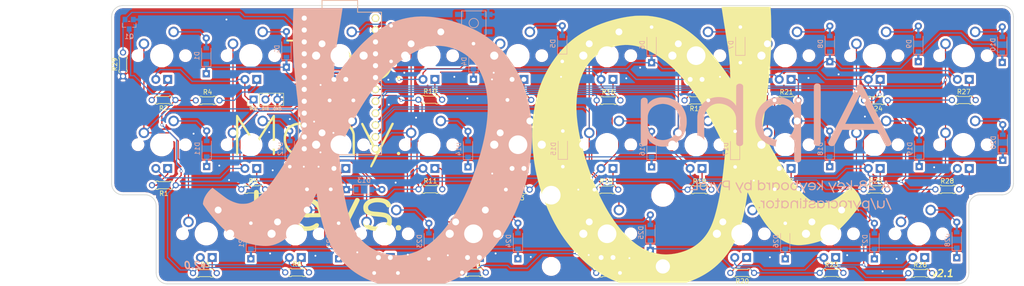
<source format=kicad_pcb>
(kicad_pcb (version 20171130) (host pcbnew "(5.0.2-5-10.14)")
  (layers (0 F.Cu signal) (31 B.Cu signal) (34 B.Paste user) (35 F.Paste user) (36 B.SilkS user hide) (37 F.SilkS user hide) (38 B.Mask user) (39 F.Mask user hide) (44 Edge.Cuts user))
  (net 0 "")
  (net 1 /row0)
  (net 2 "Net-(D1-Pad2)")
  (net 3 "Net-(D2-Pad2)")
  (net 4 "Net-(D3-Pad2)")
  (net 5 "Net-(D4-Pad2)")
  (net 6 "Net-(D5-Pad2)")
  (net 7 "Net-(D6-Pad2)")
  (net 8 "Net-(D7-Pad2)")
  (net 9 "Net-(D8-Pad2)")
  (net 10 "Net-(D9-Pad2)")
  (net 11 "Net-(D10-Pad2)")
  (net 12 /row1)
  (net 13 "Net-(D11-Pad2)")
  (net 14 "Net-(D12-Pad2)")
  (net 15 "Net-(D13-Pad2)")
  (net 16 "Net-(D14-Pad2)")
  (net 17 "Net-(D15-Pad2)")
  (net 18 "Net-(D16-Pad2)")
  (net 19 "Net-(D17-Pad2)")
  (net 20 "Net-(D18-Pad2)")
  (net 21 "Net-(D19-Pad2)")
  (net 22 "Net-(D20-Pad2)")
  (net 23 /row2)
  (net 24 "Net-(D21-Pad2)")
  (net 25 "Net-(D22-Pad2)")
  (net 26 "Net-(D23-Pad2)")
  (net 27 "Net-(D24-Pad2)")
  (net 28 "Net-(D25-Pad2)")
  (net 29 "Net-(D26-Pad2)")
  (net 30 "Net-(D27-Pad2)")
  (net 31 "Net-(D28-Pad2)")
  (net 32 /col0)
  (net 33 /col1)
  (net 34 /col2)
  (net 35 /col3)
  (net 36 /col4)
  (net 37 /col5)
  (net 38 /col6)
  (net 39 /col8)
  (net 40 /col9)
  (net 41 GND)
  (net 42 VCC)
  (net 43 /col7)
  (net 44 RGB)
  (net 45 RST)
  (net 46 /col_tmo)
  (net 47 "Net-(U1-Pad1)")
  (net 48 "Net-(U1-Pad2)")
  (net 49 "Net-(U1-Pad24)")
  (net 50 /LED_Out)
  (net 51 "Net-(K25-Pad4)")
  (net 52 "Net-(K11-Pad4)")
  (net 53 "Net-(K13-Pad4)")
  (net 54 "Net-(K28-Pad4)")
  (net 55 "Net-(K27-Pad4)")
  (net 56 "Net-(K26-Pad4)")
  (net 57 "Net-(K24-Pad4)")
  (net 58 "Net-(K23-Pad4)")
  (net 59 "Net-(K22-Pad4)")
  (net 60 "Net-(K21-Pad4)")
  (net 61 "Net-(K20-Pad4)")
  (net 62 "Net-(K19-Pad4)")
  (net 63 "Net-(K18-Pad4)")
  (net 64 "Net-(K17-Pad4)")
  (net 65 "Net-(K16-Pad4)")
  (net 66 "Net-(K15-Pad4)")
  (net 67 "Net-(K14-Pad4)")
  (net 68 "Net-(K12-Pad4)")
  (net 69 "Net-(K10-Pad4)")
  (net 70 "Net-(K9-Pad4)")
  (net 71 "Net-(K8-Pad4)")
  (net 72 "Net-(K7-Pad4)")
  (net 73 "Net-(K6-Pad4)")
  (net 74 "Net-(K5-Pad4)")
  (net 75 "Net-(K4-Pad4)")
  (net 76 "Net-(K3-Pad4)")
  (net 77 "Net-(K2-Pad4)")
  (net 78 "Net-(K1-Pad4)")
  (net 79 /LED)
  (module MX_Alps_Hybrid:MXOnly-1U (layer F.Cu) (at 190.5 109.5375)
    (fp_text reference K7)
    (fp_text value KEYSW)
    (pad "" np_thru_hole circle (at 5.08 0 48.0996) (size 1.75 1.75) (drill 1.75) (layers *.Cu *.Mask))
    (pad "" np_thru_hole circle (at -5.08 0 48.0996) (size 1.75 1.75) (drill 1.75) (layers *.Cu *.Mask))
    (pad 4 thru_hole rect (at 1.27 5.08) (size 1.905 1.905) (drill 1.04) (layers *.Cu B.Mask) (net 72 "Net-(K7-Pad4)"))
    (pad 3 thru_hole circle (at -1.27 5.08) (size 1.905 1.905) (drill 1.04) (layers *.Cu B.Mask) (net 42 VCC))
    (pad 1 thru_hole circle (at -3.81 -2.54) (size 2.25 2.25) (drill 1.47) (layers *.Cu B.Mask) (net 38 /col6))
    (pad "" np_thru_hole circle (at 0 0) (size 3.9878 3.9878) (drill 3.9878) (layers *.Cu *.Mask))
    (pad 2 thru_hole circle (at 2.54 -5.08) (size 2.25 2.25) (drill 1.47) (layers *.Cu B.Mask) (net 8 "Net-(D7-Pad2)"))
  )
  (module MX_Alps_Hybrid:MXOnly-1U (layer F.Cu) (at 228.6 109.5375)
    (fp_text reference K9)
    (fp_text value KEYSW)
    (pad "" np_thru_hole circle (at 5.08 0 48.0996) (size 1.75 1.75) (drill 1.75) (layers *.Cu *.Mask))
    (pad "" np_thru_hole circle (at -5.08 0 48.0996) (size 1.75 1.75) (drill 1.75) (layers *.Cu *.Mask))
    (pad 4 thru_hole rect (at 1.27 5.08) (size 1.905 1.905) (drill 1.04) (layers *.Cu B.Mask) (net 70 "Net-(K9-Pad4)"))
    (pad 3 thru_hole circle (at -1.27 5.08) (size 1.905 1.905) (drill 1.04) (layers *.Cu B.Mask) (net 42 VCC))
    (pad 1 thru_hole circle (at -3.81 -2.54) (size 2.25 2.25) (drill 1.47) (layers *.Cu B.Mask) (net 39 /col8))
    (pad "" np_thru_hole circle (at 0 0) (size 3.9878 3.9878) (drill 3.9878) (layers *.Cu *.Mask))
    (pad 2 thru_hole circle (at 2.54 -5.08) (size 2.25 2.25) (drill 1.47) (layers *.Cu B.Mask) (net 10 "Net-(D9-Pad2)"))
  )
  (module OPL_Discrete_Semiconductor:SOT-23 (layer B.Cu) (at 69.23 102.83)
    (fp_text reference Q1 (at 0 2.625) (layer B.SilkS) (effects (justify mirror)))
    (fp_text value SMD-MOSFET-N-CH-60V-300MA-LOGIC-LEVEL-FET-2N7002_SOT-23_)
    (pad 3 smd rect (at 0 1.016) (size 1.016 1.143) (layers B.Cu B.Paste B.Mask) (net 50 /LED_Out))
    (pad 2 smd rect (at 0.889 -1.016) (size 1.016 1.143) (layers B.Cu B.Paste B.Mask) (net 41 GND))
    (pad 1 smd rect (at -0.889 -1.016 180) (size 1.016 1.143) (layers B.Cu B.Paste B.Mask) (net 79 /LED))
  )
  (module OPL_Resistor:PR-D1.8_L3.3MM (layer F.Cu) (at 67.92 111.4 90)
    (fp_text reference R29 (at 0 -1.775 90) (layer F.SilkS))
    (fp_text value SMD-RES-100K-5%-1_8W_0805_)
    (pad 2 thru_hole circle (at 2.54 0 90) (size 1.3208 1.3208) (drill 0.8128) (layers *.Cu *.Mask) (net 79 /LED))
    (pad 1 thru_hole circle (at -2.54 0 90) (size 1.3208 1.3208) (drill 0.8128) (layers *.Cu *.Mask) (net 41 GND))
  )
  (module OPL_Resistor:PR-D1.8_L3.3MM (layer F.Cu) (at 238.43 156.06)
    (fp_text reference R26 (at 0 -1.775) (layer F.SilkS))
    (fp_text value SMD-RES-4.7K-5%-1_8W_0805_)
    (pad 1 thru_hole circle (at -2.54 0) (size 1.3208 1.3208) (drill 0.8128) (layers *.Cu *.Mask) (net 50 /LED_Out))
    (pad 2 thru_hole circle (at 2.54 0) (size 1.3208 1.3208) (drill 0.8128) (layers *.Cu *.Mask) (net 54 "Net-(K28-Pad4)"))
  )
  (module OPL_Resistor:PR-D1.8_L3.3MM (layer F.Cu) (at 76.65 137.25 180)
    (fp_text reference R1 (at 0 -1.775 180) (layer F.SilkS))
    (fp_text value SMD-RES-4.7K-5%-1_8W_0805_)
    (pad 2 thru_hole circle (at 2.54 0 180) (size 1.3208 1.3208) (drill 0.8128) (layers *.Cu *.Mask) (net 52 "Net-(K11-Pad4)"))
    (pad 1 thru_hole circle (at -2.54 0 180) (size 1.3208 1.3208) (drill 0.8128) (layers *.Cu *.Mask) (net 50 /LED_Out))
  )
  (module OPL_Resistor:PR-D1.8_L3.3MM (layer F.Cu) (at 76.6 119.03 180)
    (fp_text reference R2 (at 0 -1.775 180) (layer F.SilkS))
    (fp_text value SMD-RES-4.7K-5%-1_8W_0805_)
    (pad 1 thru_hole circle (at -2.54 0 180) (size 1.3208 1.3208) (drill 0.8128) (layers *.Cu *.Mask) (net 50 /LED_Out))
    (pad 2 thru_hole circle (at 2.54 0 180) (size 1.3208 1.3208) (drill 0.8128) (layers *.Cu *.Mask) (net 78 "Net-(K1-Pad4)"))
  )
  (module OPL_Resistor:PR-D1.8_L3.3MM (layer F.Cu) (at 85.43 156.05)
    (fp_text reference R3 (at 0 -1.775) (layer F.SilkS))
    (fp_text value SMD-RES-4.7K-5%-1_8W_0805_)
    (pad 2 thru_hole circle (at 2.54 0) (size 1.3208 1.3208) (drill 0.8128) (layers *.Cu *.Mask) (net 60 "Net-(K21-Pad4)"))
    (pad 1 thru_hole circle (at -2.54 0) (size 1.3208 1.3208) (drill 0.8128) (layers *.Cu *.Mask) (net 50 /LED_Out))
  )
  (module OPL_Resistor:PR-D1.8_L3.3MM (layer F.Cu) (at 86.01 119.11)
    (fp_text reference R4 (at 0 -1.775) (layer F.SilkS))
    (fp_text value SMD-RES-4.7K-5%-1_8W_0805_)
    (pad 1 thru_hole circle (at -2.54 0) (size 1.3208 1.3208) (drill 0.8128) (layers *.Cu *.Mask) (net 50 /LED_Out))
    (pad 2 thru_hole circle (at 2.54 0) (size 1.3208 1.3208) (drill 0.8128) (layers *.Cu *.Mask) (net 77 "Net-(K2-Pad4)"))
  )
  (module OPL_Resistor:PR-D1.8_L3.3MM (layer F.Cu) (at 95.77 138.14)
    (fp_text reference R5 (at 0 -1.775) (layer F.SilkS))
    (fp_text value SMD-RES-4.7K-5%-1_8W_0805_)
    (pad 2 thru_hole circle (at 2.54 0) (size 1.3208 1.3208) (drill 0.8128) (layers *.Cu *.Mask) (net 68 "Net-(K12-Pad4)"))
    (pad 1 thru_hole circle (at -2.54 0) (size 1.3208 1.3208) (drill 0.8128) (layers *.Cu *.Mask) (net 50 /LED_Out))
  )
  (module OPL_Resistor:PR-D1.8_L3.3MM (layer F.Cu) (at 105.16 155.9)
    (fp_text reference R6 (at 0 -1.775) (layer F.SilkS))
    (fp_text value SMD-RES-4.7K-5%-1_8W_0805_)
    (pad 1 thru_hole circle (at -2.54 0) (size 1.3208 1.3208) (drill 0.8128) (layers *.Cu *.Mask) (net 50 /LED_Out))
    (pad 2 thru_hole circle (at 2.54 0) (size 1.3208 1.3208) (drill 0.8128) (layers *.Cu *.Mask) (net 59 "Net-(K22-Pad4)"))
  )
  (module OPL_Resistor:PR-D1.8_L3.3MM (layer F.Cu) (at 109.81 138.13)
    (fp_text reference R7 (at 0 -1.775) (layer F.SilkS))
    (fp_text value SMD-RES-4.7K-5%-1_8W_0805_)
    (pad 2 thru_hole circle (at 2.54 0) (size 1.3208 1.3208) (drill 0.8128) (layers *.Cu *.Mask) (net 53 "Net-(K13-Pad4)"))
    (pad 1 thru_hole circle (at -2.54 0) (size 1.3208 1.3208) (drill 0.8128) (layers *.Cu *.Mask) (net 50 /LED_Out))
  )
  (module OPL_Resistor:PR-D1.8_L3.3MM (layer F.Cu) (at 114.65 119.11 180)
    (fp_text reference R8 (at 0 -1.775 180) (layer F.SilkS))
    (fp_text value SMD-RES-4.7K-5%-1_8W_0805_)
    (pad 1 thru_hole circle (at -2.54 0 180) (size 1.3208 1.3208) (drill 0.8128) (layers *.Cu *.Mask) (net 50 /LED_Out))
    (pad 2 thru_hole circle (at 2.54 0 180) (size 1.3208 1.3208) (drill 0.8128) (layers *.Cu *.Mask) (net 76 "Net-(K3-Pad4)"))
  )
  (module OPL_Resistor:PR-D1.8_L3.3MM (layer F.Cu) (at 124.18 156.03 180)
    (fp_text reference R9 (at 0 -1.775 180) (layer F.SilkS))
    (fp_text value SMD-RES-4.7K-5%-1_8W_0805_)
    (pad 2 thru_hole circle (at 2.54 0 180) (size 1.3208 1.3208) (drill 0.8128) (layers *.Cu *.Mask) (net 58 "Net-(K23-Pad4)"))
    (pad 1 thru_hole circle (at -2.54 0 180) (size 1.3208 1.3208) (drill 0.8128) (layers *.Cu *.Mask) (net 50 /LED_Out))
  )
  (module OPL_Resistor:PR-D1.8_L3.3MM (layer F.Cu) (at 133.63 118.96)
    (fp_text reference R10 (at 0 -1.775) (layer F.SilkS))
    (fp_text value SMD-RES-4.7K-5%-1_8W_0805_)
    (pad 1 thru_hole circle (at -2.54 0) (size 1.3208 1.3208) (drill 0.8128) (layers *.Cu *.Mask) (net 50 /LED_Out))
    (pad 2 thru_hole circle (at 2.54 0) (size 1.3208 1.3208) (drill 0.8128) (layers *.Cu *.Mask) (net 75 "Net-(K4-Pad4)"))
  )
  (module OPL_Resistor:PR-D1.8_L3.3MM (layer F.Cu) (at 133.66 138.11)
    (fp_text reference R11 (at 0 -1.775) (layer F.SilkS))
    (fp_text value SMD-RES-4.7K-5%-1_8W_0805_)
    (pad 2 thru_hole circle (at 2.54 0) (size 1.3208 1.3208) (drill 0.8128) (layers *.Cu *.Mask) (net 67 "Net-(K14-Pad4)"))
    (pad 1 thru_hole circle (at -2.54 0) (size 1.3208 1.3208) (drill 0.8128) (layers *.Cu *.Mask) (net 50 /LED_Out))
  )
  (module OPL_Resistor:PR-D1.8_L3.3MM (layer F.Cu) (at 142.97 155.92)
    (fp_text reference R12 (at 0 -1.775) (layer F.SilkS))
    (fp_text value SMD-RES-4.7K-5%-1_8W_0805_)
    (pad 1 thru_hole circle (at -2.54 0) (size 1.3208 1.3208) (drill 0.8128) (layers *.Cu *.Mask) (net 50 /LED_Out))
    (pad 2 thru_hole circle (at 2.54 0) (size 1.3208 1.3208) (drill 0.8128) (layers *.Cu *.Mask) (net 57 "Net-(K24-Pad4)"))
  )
  (module OPL_Resistor:PR-D1.8_L3.3MM (layer F.Cu) (at 152.35 138.19 180)
    (fp_text reference R13 (at 0 -1.775 180) (layer F.SilkS))
    (fp_text value SMD-RES-4.7K-5%-1_8W_0805_)
    (pad 2 thru_hole circle (at 2.54 0 180) (size 1.3208 1.3208) (drill 0.8128) (layers *.Cu *.Mask) (net 66 "Net-(K15-Pad4)"))
    (pad 1 thru_hole circle (at -2.54 0 180) (size 1.3208 1.3208) (drill 0.8128) (layers *.Cu *.Mask) (net 50 /LED_Out))
  )
  (module OPL_Resistor:PR-D1.8_L3.3MM (layer F.Cu) (at 152.68 119.01)
    (fp_text reference R14 (at 0 -1.775) (layer F.SilkS))
    (fp_text value SMD-RES-4.7K-5%-1_8W_0805_)
    (pad 1 thru_hole circle (at -2.54 0) (size 1.3208 1.3208) (drill 0.8128) (layers *.Cu *.Mask) (net 50 /LED_Out))
    (pad 2 thru_hole circle (at 2.54 0) (size 1.3208 1.3208) (drill 0.8128) (layers *.Cu *.Mask) (net 74 "Net-(K5-Pad4)"))
  )
  (module OPL_Resistor:PR-D1.8_L3.3MM (layer F.Cu) (at 171.3 138.19)
    (fp_text reference R15 (at 0 -1.775) (layer F.SilkS))
    (fp_text value SMD-RES-4.7K-5%-1_8W_0805_)
    (pad 2 thru_hole circle (at 2.54 0) (size 1.3208 1.3208) (drill 0.8128) (layers *.Cu *.Mask) (net 65 "Net-(K16-Pad4)"))
    (pad 1 thru_hole circle (at -2.54 0) (size 1.3208 1.3208) (drill 0.8128) (layers *.Cu *.Mask) (net 50 /LED_Out))
  )
  (module OPL_Resistor:PR-D1.8_L3.3MM (layer F.Cu) (at 171.77 119.1)
    (fp_text reference R16 (at 0 -1.775) (layer F.SilkS))
    (fp_text value SMD-RES-4.7K-5%-1_8W_0805_)
    (pad 1 thru_hole circle (at -2.54 0) (size 1.3208 1.3208) (drill 0.8128) (layers *.Cu *.Mask) (net 50 /LED_Out))
    (pad 2 thru_hole circle (at 2.54 0) (size 1.3208 1.3208) (drill 0.8128) (layers *.Cu *.Mask) (net 73 "Net-(K6-Pad4)"))
  )
  (module OPL_Resistor:PR-D1.8_L3.3MM (layer F.Cu) (at 171.67 156.01)
    (fp_text reference R17 (at 0 -1.775) (layer F.SilkS))
    (fp_text value SMD-RES-4.7K-5%-1_8W_0805_)
    (pad 2 thru_hole circle (at 2.54 0) (size 1.3208 1.3208) (drill 0.8128) (layers *.Cu *.Mask) (net 51 "Net-(K25-Pad4)"))
    (pad 1 thru_hole circle (at -2.54 0) (size 1.3208 1.3208) (drill 0.8128) (layers *.Cu *.Mask) (net 50 /LED_Out))
  )
  (module OPL_Resistor:PR-D1.8_L3.3MM (layer F.Cu) (at 190.56 119.1 180)
    (fp_text reference R18 (at 0 -1.775 180) (layer F.SilkS))
    (fp_text value SMD-RES-4.7K-5%-1_8W_0805_)
    (pad 1 thru_hole circle (at -2.54 0 180) (size 1.3208 1.3208) (drill 0.8128) (layers *.Cu *.Mask) (net 50 /LED_Out))
    (pad 2 thru_hole circle (at 2.54 0 180) (size 1.3208 1.3208) (drill 0.8128) (layers *.Cu *.Mask) (net 72 "Net-(K7-Pad4)"))
  )
  (module OPL_Resistor:PR-D1.8_L3.3MM (layer F.Cu) (at 191.22 138.19)
    (fp_text reference R19 (at 0 -1.775) (layer F.SilkS))
    (fp_text value SMD-RES-4.7K-5%-1_8W_0805_)
    (pad 2 thru_hole circle (at 2.54 0) (size 1.3208 1.3208) (drill 0.8128) (layers *.Cu *.Mask) (net 64 "Net-(K17-Pad4)"))
    (pad 1 thru_hole circle (at -2.54 0) (size 1.3208 1.3208) (drill 0.8128) (layers *.Cu *.Mask) (net 50 /LED_Out))
  )
  (module OPL_Resistor:PR-D1.8_L3.3MM (layer F.Cu) (at 200.36 156.01 180)
    (fp_text reference R20 (at 0 -1.775 180) (layer F.SilkS))
    (fp_text value SMD-RES-4.7K-5%-1_8W_0805_)
    (pad 1 thru_hole circle (at -2.54 0 180) (size 1.3208 1.3208) (drill 0.8128) (layers *.Cu *.Mask) (net 50 /LED_Out))
    (pad 2 thru_hole circle (at 2.54 0 180) (size 1.3208 1.3208) (drill 0.8128) (layers *.Cu *.Mask) (net 56 "Net-(K26-Pad4)"))
  )
  (module OPL_Resistor:PR-D1.8_L3.3MM (layer F.Cu) (at 209.82 119.1)
    (fp_text reference R21 (at 0 -1.775) (layer F.SilkS))
    (fp_text value SMD-RES-4.7K-5%-1_8W_0805_)
    (pad 2 thru_hole circle (at 2.54 0) (size 1.3208 1.3208) (drill 0.8128) (layers *.Cu *.Mask) (net 71 "Net-(K8-Pad4)"))
    (pad 1 thru_hole circle (at -2.54 0) (size 1.3208 1.3208) (drill 0.8128) (layers *.Cu *.Mask) (net 50 /LED_Out))
  )
  (module OPL_Resistor:PR-D1.8_L3.3MM (layer F.Cu) (at 209.84 138.11)
    (fp_text reference R22 (at 0 -1.775) (layer F.SilkS))
    (fp_text value SMD-RES-4.7K-5%-1_8W_0805_)
    (pad 1 thru_hole circle (at -2.54 0) (size 1.3208 1.3208) (drill 0.8128) (layers *.Cu *.Mask) (net 50 /LED_Out))
    (pad 2 thru_hole circle (at 2.54 0) (size 1.3208 1.3208) (drill 0.8128) (layers *.Cu *.Mask) (net 63 "Net-(K18-Pad4)"))
  )
  (module OPL_Resistor:PR-D1.8_L3.3MM (layer F.Cu) (at 219.46 156.01)
    (fp_text reference R23 (at 0 -1.775) (layer F.SilkS))
    (fp_text value SMD-RES-4.7K-5%-1_8W_0805_)
    (pad 2 thru_hole circle (at 2.54 0) (size 1.3208 1.3208) (drill 0.8128) (layers *.Cu *.Mask) (net 55 "Net-(K27-Pad4)"))
    (pad 1 thru_hole circle (at -2.54 0) (size 1.3208 1.3208) (drill 0.8128) (layers *.Cu *.Mask) (net 50 /LED_Out))
  )
  (module OPL_Resistor:PR-D1.8_L3.3MM (layer F.Cu) (at 228.95 119.11 180)
    (fp_text reference R24 (at 0 -1.775 180) (layer F.SilkS))
    (fp_text value SMD-RES-4.7K-5%-1_8W_0805_)
    (pad 1 thru_hole circle (at -2.54 0 180) (size 1.3208 1.3208) (drill 0.8128) (layers *.Cu *.Mask) (net 50 /LED_Out))
    (pad 2 thru_hole circle (at 2.54 0 180) (size 1.3208 1.3208) (drill 0.8128) (layers *.Cu *.Mask) (net 70 "Net-(K9-Pad4)"))
  )
  (module OPL_Resistor:PR-D1.8_L3.3MM (layer F.Cu) (at 228.86 138.14)
    (fp_text reference R25 (at 0 -1.775) (layer F.SilkS))
    (fp_text value SMD-RES-4.7K-5%-1_8W_0805_)
    (pad 2 thru_hole circle (at 2.54 0) (size 1.3208 1.3208) (drill 0.8128) (layers *.Cu *.Mask) (net 62 "Net-(K19-Pad4)"))
    (pad 1 thru_hole circle (at -2.54 0) (size 1.3208 1.3208) (drill 0.8128) (layers *.Cu *.Mask) (net 50 /LED_Out))
  )
  (module OPL_Resistor:PR-D1.8_L3.3MM (layer F.Cu) (at 244.22 138.14)
    (fp_text reference R28 (at 0 -1.775) (layer F.SilkS))
    (fp_text value SMD-RES-4.7K-5%-1_8W_0805_)
    (pad 1 thru_hole circle (at -2.54 0) (size 1.3208 1.3208) (drill 0.8128) (layers *.Cu *.Mask) (net 50 /LED_Out))
    (pad 2 thru_hole circle (at 2.54 0) (size 1.3208 1.3208) (drill 0.8128) (layers *.Cu *.Mask) (net 61 "Net-(K20-Pad4)"))
  )
  (module OPL_Resistor:PR-D1.8_L3.3MM (layer F.Cu) (at 247.76 119.04)
    (fp_text reference R27 (at 0 -1.775) (layer F.SilkS))
    (fp_text value SMD-RES-4.7K-5%-1_8W_0805_)
    (pad 2 thru_hole circle (at 2.54 0) (size 1.3208 1.3208) (drill 0.8128) (layers *.Cu *.Mask) (net 69 "Net-(K10-Pad4)"))
    (pad 1 thru_hole circle (at -2.54 0) (size 1.3208 1.3208) (drill 0.8128) (layers *.Cu *.Mask) (net 50 /LED_Out))
  )
  (module MX_Alps_Hybrid:MXOnly-2U-ReversedStabilizers (layer F.Cu) (at 171.45 147.6375)
    (fp_text reference K25)
    (fp_text value KEYSW)
    (pad "" np_thru_hole circle (at 11.938 -8.255) (size 3.9878 3.9878) (drill 3.9878) (layers *.Cu *.Mask))
    (pad "" np_thru_hole circle (at -11.938 -8.255) (size 3.9878 3.9878) (drill 3.9878) (layers *.Cu *.Mask))
    (pad "" np_thru_hole circle (at 11.938 6.985) (size 3.048 3.048) (drill 3.048) (layers *.Cu *.Mask))
    (pad "" np_thru_hole circle (at -11.938 6.985) (size 3.048 3.048) (drill 3.048) (layers *.Cu *.Mask))
    (pad "" np_thru_hole circle (at 5.08 0 48.0996) (size 1.75 1.75) (drill 1.75) (layers *.Cu *.Mask))
    (pad "" np_thru_hole circle (at -5.08 0 48.0996) (size 1.75 1.75) (drill 1.75) (layers *.Cu *.Mask))
    (pad 4 thru_hole rect (at 1.27 5.08) (size 1.905 1.905) (drill 1.04) (layers *.Cu B.Mask) (net 51 "Net-(K25-Pad4)"))
    (pad 3 thru_hole circle (at -1.27 5.08) (size 1.905 1.905) (drill 1.04) (layers *.Cu B.Mask) (net 42 VCC))
    (pad 1 thru_hole circle (at -3.81 -2.54) (size 2.25 2.25) (drill 1.47) (layers *.Cu B.Mask) (net 28 "Net-(D25-Pad2)"))
    (pad "" np_thru_hole circle (at 0 0) (size 3.9878 3.9878) (drill 3.9878) (layers *.Cu *.Mask))
    (pad 2 thru_hole circle (at 2.54 -5.08) (size 2.25 2.25) (drill 1.47) (layers *.Cu B.Mask) (net 37 /col5))
  )
  (module MX_Alps_Hybrid:MXOnly-1U (layer F.Cu) (at 76.2 109.5375)
    (fp_text reference K1)
    (fp_text value KEYSW)
    (pad "" np_thru_hole circle (at 5.08 0 48.0996) (size 1.75 1.75) (drill 1.75) (layers *.Cu *.Mask))
    (pad "" np_thru_hole circle (at -5.08 0 48.0996) (size 1.75 1.75) (drill 1.75) (layers *.Cu *.Mask))
    (pad 4 thru_hole rect (at 1.27 5.08) (size 1.905 1.905) (drill 1.04) (layers *.Cu B.Mask) (net 78 "Net-(K1-Pad4)"))
    (pad 3 thru_hole circle (at -1.27 5.08) (size 1.905 1.905) (drill 1.04) (layers *.Cu B.Mask) (net 42 VCC))
    (pad 1 thru_hole circle (at -3.81 -2.54) (size 2.25 2.25) (drill 1.47) (layers *.Cu B.Mask) (net 32 /col0))
    (pad "" np_thru_hole circle (at 0 0) (size 3.9878 3.9878) (drill 3.9878) (layers *.Cu *.Mask))
    (pad 2 thru_hole circle (at 2.54 -5.08) (size 2.25 2.25) (drill 1.47) (layers *.Cu B.Mask) (net 2 "Net-(D1-Pad2)"))
  )
  (module MX_Alps_Hybrid:MXOnly-1U (layer F.Cu) (at 95.25 109.5375)
    (fp_text reference K2)
    (fp_text value KEYSW)
    (pad "" np_thru_hole circle (at 5.08 0 48.0996) (size 1.75 1.75) (drill 1.75) (layers *.Cu *.Mask))
    (pad "" np_thru_hole circle (at -5.08 0 48.0996) (size 1.75 1.75) (drill 1.75) (layers *.Cu *.Mask))
    (pad 4 thru_hole rect (at 1.27 5.08) (size 1.905 1.905) (drill 1.04) (layers *.Cu B.Mask) (net 77 "Net-(K2-Pad4)"))
    (pad 3 thru_hole circle (at -1.27 5.08) (size 1.905 1.905) (drill 1.04) (layers *.Cu B.Mask) (net 42 VCC))
    (pad 1 thru_hole circle (at -3.81 -2.54) (size 2.25 2.25) (drill 1.47) (layers *.Cu B.Mask) (net 33 /col1))
    (pad "" np_thru_hole circle (at 0 0) (size 3.9878 3.9878) (drill 3.9878) (layers *.Cu *.Mask))
    (pad 2 thru_hole circle (at 2.54 -5.08) (size 2.25 2.25) (drill 1.47) (layers *.Cu B.Mask) (net 3 "Net-(D2-Pad2)"))
  )
  (module MX_Alps_Hybrid:MXOnly-1U (layer F.Cu) (at 114.3 109.5375)
    (fp_text reference K3)
    (fp_text value KEYSW)
    (pad "" np_thru_hole circle (at 5.08 0 48.0996) (size 1.75 1.75) (drill 1.75) (layers *.Cu *.Mask))
    (pad "" np_thru_hole circle (at -5.08 0 48.0996) (size 1.75 1.75) (drill 1.75) (layers *.Cu *.Mask))
    (pad 4 thru_hole rect (at 1.27 5.08) (size 1.905 1.905) (drill 1.04) (layers *.Cu B.Mask) (net 76 "Net-(K3-Pad4)"))
    (pad 3 thru_hole circle (at -1.27 5.08) (size 1.905 1.905) (drill 1.04) (layers *.Cu B.Mask) (net 42 VCC))
    (pad 1 thru_hole circle (at -3.81 -2.54) (size 2.25 2.25) (drill 1.47) (layers *.Cu B.Mask) (net 34 /col2))
    (pad "" np_thru_hole circle (at 0 0) (size 3.9878 3.9878) (drill 3.9878) (layers *.Cu *.Mask))
    (pad 2 thru_hole circle (at 2.54 -5.08) (size 2.25 2.25) (drill 1.47) (layers *.Cu B.Mask) (net 4 "Net-(D3-Pad2)"))
  )
  (module MX_Alps_Hybrid:MXOnly-1U (layer F.Cu) (at 133.35 109.5375)
    (fp_text reference K4)
    (fp_text value KEYSW)
    (pad "" np_thru_hole circle (at 5.08 0 48.0996) (size 1.75 1.75) (drill 1.75) (layers *.Cu *.Mask))
    (pad "" np_thru_hole circle (at -5.08 0 48.0996) (size 1.75 1.75) (drill 1.75) (layers *.Cu *.Mask))
    (pad 4 thru_hole rect (at 1.27 5.08) (size 1.905 1.905) (drill 1.04) (layers *.Cu B.Mask) (net 75 "Net-(K4-Pad4)"))
    (pad 3 thru_hole circle (at -1.27 5.08) (size 1.905 1.905) (drill 1.04) (layers *.Cu B.Mask) (net 42 VCC))
    (pad 1 thru_hole circle (at -3.81 -2.54) (size 2.25 2.25) (drill 1.47) (layers *.Cu B.Mask) (net 35 /col3))
    (pad "" np_thru_hole circle (at 0 0) (size 3.9878 3.9878) (drill 3.9878) (layers *.Cu *.Mask))
    (pad 2 thru_hole circle (at 2.54 -5.08) (size 2.25 2.25) (drill 1.47) (layers *.Cu B.Mask) (net 5 "Net-(D4-Pad2)"))
  )
  (module MX_Alps_Hybrid:MXOnly-1U (layer F.Cu) (at 152.4 109.5375)
    (fp_text reference K5)
    (fp_text value KEYSW)
    (pad "" np_thru_hole circle (at 5.08 0 48.0996) (size 1.75 1.75) (drill 1.75) (layers *.Cu *.Mask))
    (pad "" np_thru_hole circle (at -5.08 0 48.0996) (size 1.75 1.75) (drill 1.75) (layers *.Cu *.Mask))
    (pad 4 thru_hole rect (at 1.27 5.08) (size 1.905 1.905) (drill 1.04) (layers *.Cu B.Mask) (net 74 "Net-(K5-Pad4)"))
    (pad 3 thru_hole circle (at -1.27 5.08) (size 1.905 1.905) (drill 1.04) (layers *.Cu B.Mask) (net 42 VCC))
    (pad 1 thru_hole circle (at -3.81 -2.54) (size 2.25 2.25) (drill 1.47) (layers *.Cu B.Mask) (net 36 /col4))
    (pad "" np_thru_hole circle (at 0 0) (size 3.9878 3.9878) (drill 3.9878) (layers *.Cu *.Mask))
    (pad 2 thru_hole circle (at 2.54 -5.08) (size 2.25 2.25) (drill 1.47) (layers *.Cu B.Mask) (net 6 "Net-(D5-Pad2)"))
  )
  (module MX_Alps_Hybrid:MXOnly-1U (layer F.Cu) (at 171.45 109.5375)
    (fp_text reference K6)
    (fp_text value KEYSW)
    (pad "" np_thru_hole circle (at 5.08 0 48.0996) (size 1.75 1.75) (drill 1.75) (layers *.Cu *.Mask))
    (pad "" np_thru_hole circle (at -5.08 0 48.0996) (size 1.75 1.75) (drill 1.75) (layers *.Cu *.Mask))
    (pad 4 thru_hole rect (at 1.27 5.08) (size 1.905 1.905) (drill 1.04) (layers *.Cu B.Mask) (net 73 "Net-(K6-Pad4)"))
    (pad 3 thru_hole circle (at -1.27 5.08) (size 1.905 1.905) (drill 1.04) (layers *.Cu B.Mask) (net 42 VCC))
    (pad 1 thru_hole circle (at -3.81 -2.54) (size 2.25 2.25) (drill 1.47) (layers *.Cu B.Mask) (net 37 /col5))
    (pad "" np_thru_hole circle (at 0 0) (size 3.9878 3.9878) (drill 3.9878) (layers *.Cu *.Mask))
    (pad 2 thru_hole circle (at 2.54 -5.08) (size 2.25 2.25) (drill 1.47) (layers *.Cu B.Mask) (net 7 "Net-(D6-Pad2)"))
  )
  (module MX_Alps_Hybrid:MXOnly-1U (layer F.Cu) (at 209.55 109.5375)
    (fp_text reference K8)
    (fp_text value KEYSW)
    (pad "" np_thru_hole circle (at 5.08 0 48.0996) (size 1.75 1.75) (drill 1.75) (layers *.Cu *.Mask))
    (pad "" np_thru_hole circle (at -5.08 0 48.0996) (size 1.75 1.75) (drill 1.75) (layers *.Cu *.Mask))
    (pad 4 thru_hole rect (at 1.27 5.08) (size 1.905 1.905) (drill 1.04) (layers *.Cu B.Mask) (net 71 "Net-(K8-Pad4)"))
    (pad 3 thru_hole circle (at -1.27 5.08) (size 1.905 1.905) (drill 1.04) (layers *.Cu B.Mask) (net 42 VCC))
    (pad 1 thru_hole circle (at -3.81 -2.54) (size 2.25 2.25) (drill 1.47) (layers *.Cu B.Mask) (net 43 /col7))
    (pad "" np_thru_hole circle (at 0 0) (size 3.9878 3.9878) (drill 3.9878) (layers *.Cu *.Mask))
    (pad 2 thru_hole circle (at 2.54 -5.08) (size 2.25 2.25) (drill 1.47) (layers *.Cu B.Mask) (net 9 "Net-(D8-Pad2)"))
  )
  (module MX_Alps_Hybrid:MXOnly-1U (layer F.Cu) (at 247.65 109.5375)
    (fp_text reference K10)
    (fp_text value KEYSW)
    (pad "" np_thru_hole circle (at 5.08 0 48.0996) (size 1.75 1.75) (drill 1.75) (layers *.Cu *.Mask))
    (pad "" np_thru_hole circle (at -5.08 0 48.0996) (size 1.75 1.75) (drill 1.75) (layers *.Cu *.Mask))
    (pad 4 thru_hole rect (at 1.27 5.08) (size 1.905 1.905) (drill 1.04) (layers *.Cu B.Mask) (net 69 "Net-(K10-Pad4)"))
    (pad 3 thru_hole circle (at -1.27 5.08) (size 1.905 1.905) (drill 1.04) (layers *.Cu B.Mask) (net 42 VCC))
    (pad 1 thru_hole circle (at -3.81 -2.54) (size 2.25 2.25) (drill 1.47) (layers *.Cu B.Mask) (net 40 /col9))
    (pad "" np_thru_hole circle (at 0 0) (size 3.9878 3.9878) (drill 3.9878) (layers *.Cu *.Mask))
    (pad 2 thru_hole circle (at 2.54 -5.08) (size 2.25 2.25) (drill 1.47) (layers *.Cu B.Mask) (net 11 "Net-(D10-Pad2)"))
  )
  (module MX_Alps_Hybrid:MXOnly-1U (layer F.Cu) (at 76.2 128.5875)
    (fp_text reference K11)
    (fp_text value KEYSW)
    (pad "" np_thru_hole circle (at 5.08 0 48.0996) (size 1.75 1.75) (drill 1.75) (layers *.Cu *.Mask))
    (pad "" np_thru_hole circle (at -5.08 0 48.0996) (size 1.75 1.75) (drill 1.75) (layers *.Cu *.Mask))
    (pad 4 thru_hole rect (at 1.27 5.08) (size 1.905 1.905) (drill 1.04) (layers *.Cu B.Mask) (net 52 "Net-(K11-Pad4)"))
    (pad 3 thru_hole circle (at -1.27 5.08) (size 1.905 1.905) (drill 1.04) (layers *.Cu B.Mask) (net 42 VCC))
    (pad 1 thru_hole circle (at -3.81 -2.54) (size 2.25 2.25) (drill 1.47) (layers *.Cu B.Mask) (net 32 /col0))
    (pad "" np_thru_hole circle (at 0 0) (size 3.9878 3.9878) (drill 3.9878) (layers *.Cu *.Mask))
    (pad 2 thru_hole circle (at 2.54 -5.08) (size 2.25 2.25) (drill 1.47) (layers *.Cu B.Mask) (net 13 "Net-(D11-Pad2)"))
  )
  (module MX_Alps_Hybrid:MXOnly-1U (layer F.Cu) (at 95.25 128.5875)
    (fp_text reference K12)
    (fp_text value KEYSW)
    (pad "" np_thru_hole circle (at 5.08 0 48.0996) (size 1.75 1.75) (drill 1.75) (layers *.Cu *.Mask))
    (pad "" np_thru_hole circle (at -5.08 0 48.0996) (size 1.75 1.75) (drill 1.75) (layers *.Cu *.Mask))
    (pad 4 thru_hole rect (at 1.27 5.08) (size 1.905 1.905) (drill 1.04) (layers *.Cu B.Mask) (net 68 "Net-(K12-Pad4)"))
    (pad 3 thru_hole circle (at -1.27 5.08) (size 1.905 1.905) (drill 1.04) (layers *.Cu B.Mask) (net 42 VCC))
    (pad 1 thru_hole circle (at -3.81 -2.54) (size 2.25 2.25) (drill 1.47) (layers *.Cu B.Mask) (net 33 /col1))
    (pad "" np_thru_hole circle (at 0 0) (size 3.9878 3.9878) (drill 3.9878) (layers *.Cu *.Mask))
    (pad 2 thru_hole circle (at 2.54 -5.08) (size 2.25 2.25) (drill 1.47) (layers *.Cu B.Mask) (net 14 "Net-(D12-Pad2)"))
  )
  (module MX_Alps_Hybrid:MXOnly-1U (layer F.Cu) (at 114.3 128.5875)
    (fp_text reference K13)
    (fp_text value KEYSW)
    (pad "" np_thru_hole circle (at 5.08 0 48.0996) (size 1.75 1.75) (drill 1.75) (layers *.Cu *.Mask))
    (pad "" np_thru_hole circle (at -5.08 0 48.0996) (size 1.75 1.75) (drill 1.75) (layers *.Cu *.Mask))
    (pad 4 thru_hole rect (at 1.27 5.08) (size 1.905 1.905) (drill 1.04) (layers *.Cu B.Mask) (net 53 "Net-(K13-Pad4)"))
    (pad 3 thru_hole circle (at -1.27 5.08) (size 1.905 1.905) (drill 1.04) (layers *.Cu B.Mask) (net 42 VCC))
    (pad 1 thru_hole circle (at -3.81 -2.54) (size 2.25 2.25) (drill 1.47) (layers *.Cu B.Mask) (net 34 /col2))
    (pad "" np_thru_hole circle (at 0 0) (size 3.9878 3.9878) (drill 3.9878) (layers *.Cu *.Mask))
    (pad 2 thru_hole circle (at 2.54 -5.08) (size 2.25 2.25) (drill 1.47) (layers *.Cu B.Mask) (net 15 "Net-(D13-Pad2)"))
  )
  (module MX_Alps_Hybrid:MXOnly-1U (layer F.Cu) (at 133.35 128.5875)
    (fp_text reference K14)
    (fp_text value KEYSW)
    (pad "" np_thru_hole circle (at 5.08 0 48.0996) (size 1.75 1.75) (drill 1.75) (layers *.Cu *.Mask))
    (pad "" np_thru_hole circle (at -5.08 0 48.0996) (size 1.75 1.75) (drill 1.75) (layers *.Cu *.Mask))
    (pad 4 thru_hole rect (at 1.27 5.08) (size 1.905 1.905) (drill 1.04) (layers *.Cu B.Mask) (net 67 "Net-(K14-Pad4)"))
    (pad 3 thru_hole circle (at -1.27 5.08) (size 1.905 1.905) (drill 1.04) (layers *.Cu B.Mask) (net 42 VCC))
    (pad 1 thru_hole circle (at -3.81 -2.54) (size 2.25 2.25) (drill 1.47) (layers *.Cu B.Mask) (net 35 /col3))
    (pad "" np_thru_hole circle (at 0 0) (size 3.9878 3.9878) (drill 3.9878) (layers *.Cu *.Mask))
    (pad 2 thru_hole circle (at 2.54 -5.08) (size 2.25 2.25) (drill 1.47) (layers *.Cu B.Mask) (net 16 "Net-(D14-Pad2)"))
  )
  (module MX_Alps_Hybrid:MXOnly-1U (layer F.Cu) (at 152.4 128.5875)
    (fp_text reference K15)
    (fp_text value KEYSW)
    (pad "" np_thru_hole circle (at 5.08 0 48.0996) (size 1.75 1.75) (drill 1.75) (layers *.Cu *.Mask))
    (pad "" np_thru_hole circle (at -5.08 0 48.0996) (size 1.75 1.75) (drill 1.75) (layers *.Cu *.Mask))
    (pad 4 thru_hole rect (at 1.27 5.08) (size 1.905 1.905) (drill 1.04) (layers *.Cu B.Mask) (net 66 "Net-(K15-Pad4)"))
    (pad 3 thru_hole circle (at -1.27 5.08) (size 1.905 1.905) (drill 1.04) (layers *.Cu B.Mask) (net 42 VCC))
    (pad 1 thru_hole circle (at -3.81 -2.54) (size 2.25 2.25) (drill 1.47) (layers *.Cu B.Mask) (net 36 /col4))
    (pad "" np_thru_hole circle (at 0 0) (size 3.9878 3.9878) (drill 3.9878) (layers *.Cu *.Mask))
    (pad 2 thru_hole circle (at 2.54 -5.08) (size 2.25 2.25) (drill 1.47) (layers *.Cu B.Mask) (net 17 "Net-(D15-Pad2)"))
  )
  (module MX_Alps_Hybrid:MXOnly-1U (layer F.Cu) (at 171.45 128.5875)
    (fp_text reference K16)
    (fp_text value KEYSW)
    (pad "" np_thru_hole circle (at 5.08 0 48.0996) (size 1.75 1.75) (drill 1.75) (layers *.Cu *.Mask))
    (pad "" np_thru_hole circle (at -5.08 0 48.0996) (size 1.75 1.75) (drill 1.75) (layers *.Cu *.Mask))
    (pad 4 thru_hole rect (at 1.27 5.08) (size 1.905 1.905) (drill 1.04) (layers *.Cu B.Mask) (net 65 "Net-(K16-Pad4)"))
    (pad 3 thru_hole circle (at -1.27 5.08) (size 1.905 1.905) (drill 1.04) (layers *.Cu B.Mask) (net 42 VCC))
    (pad 1 thru_hole circle (at -3.81 -2.54) (size 2.25 2.25) (drill 1.47) (layers *.Cu B.Mask) (net 37 /col5))
    (pad "" np_thru_hole circle (at 0 0) (size 3.9878 3.9878) (drill 3.9878) (layers *.Cu *.Mask))
    (pad 2 thru_hole circle (at 2.54 -5.08) (size 2.25 2.25) (drill 1.47) (layers *.Cu B.Mask) (net 18 "Net-(D16-Pad2)"))
  )
  (module MX_Alps_Hybrid:MXOnly-1U (layer F.Cu) (at 190.5 128.5875)
    (fp_text reference K17)
    (fp_text value KEYSW)
    (pad "" np_thru_hole circle (at 5.08 0 48.0996) (size 1.75 1.75) (drill 1.75) (layers *.Cu *.Mask))
    (pad "" np_thru_hole circle (at -5.08 0 48.0996) (size 1.75 1.75) (drill 1.75) (layers *.Cu *.Mask))
    (pad 4 thru_hole rect (at 1.27 5.08) (size 1.905 1.905) (drill 1.04) (layers *.Cu B.Mask) (net 64 "Net-(K17-Pad4)"))
    (pad 3 thru_hole circle (at -1.27 5.08) (size 1.905 1.905) (drill 1.04) (layers *.Cu B.Mask) (net 42 VCC))
    (pad 1 thru_hole circle (at -3.81 -2.54) (size 2.25 2.25) (drill 1.47) (layers *.Cu B.Mask) (net 38 /col6))
    (pad "" np_thru_hole circle (at 0 0) (size 3.9878 3.9878) (drill 3.9878) (layers *.Cu *.Mask))
    (pad 2 thru_hole circle (at 2.54 -5.08) (size 2.25 2.25) (drill 1.47) (layers *.Cu B.Mask) (net 19 "Net-(D17-Pad2)"))
  )
  (module MX_Alps_Hybrid:MXOnly-1U (layer F.Cu) (at 209.55 128.5875)
    (fp_text reference K18)
    (fp_text value KEYSW)
    (pad "" np_thru_hole circle (at 5.08 0 48.0996) (size 1.75 1.75) (drill 1.75) (layers *.Cu *.Mask))
    (pad "" np_thru_hole circle (at -5.08 0 48.0996) (size 1.75 1.75) (drill 1.75) (layers *.Cu *.Mask))
    (pad 4 thru_hole rect (at 1.27 5.08) (size 1.905 1.905) (drill 1.04) (layers *.Cu B.Mask) (net 63 "Net-(K18-Pad4)"))
    (pad 3 thru_hole circle (at -1.27 5.08) (size 1.905 1.905) (drill 1.04) (layers *.Cu B.Mask) (net 42 VCC))
    (pad 1 thru_hole circle (at -3.81 -2.54) (size 2.25 2.25) (drill 1.47) (layers *.Cu B.Mask) (net 43 /col7))
    (pad "" np_thru_hole circle (at 0 0) (size 3.9878 3.9878) (drill 3.9878) (layers *.Cu *.Mask))
    (pad 2 thru_hole circle (at 2.54 -5.08) (size 2.25 2.25) (drill 1.47) (layers *.Cu B.Mask) (net 20 "Net-(D18-Pad2)"))
  )
  (module MX_Alps_Hybrid:MXOnly-1U (layer F.Cu) (at 228.6 128.5875)
    (fp_text reference K19)
    (fp_text value KEYSW)
    (pad "" np_thru_hole circle (at 5.08 0 48.0996) (size 1.75 1.75) (drill 1.75) (layers *.Cu *.Mask))
    (pad "" np_thru_hole circle (at -5.08 0 48.0996) (size 1.75 1.75) (drill 1.75) (layers *.Cu *.Mask))
    (pad 4 thru_hole rect (at 1.27 5.08) (size 1.905 1.905) (drill 1.04) (layers *.Cu B.Mask) (net 62 "Net-(K19-Pad4)"))
    (pad 3 thru_hole circle (at -1.27 5.08) (size 1.905 1.905) (drill 1.04) (layers *.Cu B.Mask) (net 42 VCC))
    (pad 1 thru_hole circle (at -3.81 -2.54) (size 2.25 2.25) (drill 1.47) (layers *.Cu B.Mask) (net 39 /col8))
    (pad "" np_thru_hole circle (at 0 0) (size 3.9878 3.9878) (drill 3.9878) (layers *.Cu *.Mask))
    (pad 2 thru_hole circle (at 2.54 -5.08) (size 2.25 2.25) (drill 1.47) (layers *.Cu B.Mask) (net 21 "Net-(D19-Pad2)"))
  )
  (module MX_Alps_Hybrid:MXOnly-1U (layer F.Cu) (at 247.65 128.5875)
    (fp_text reference K20)
    (fp_text value KEYSW)
    (pad "" np_thru_hole circle (at 5.08 0 48.0996) (size 1.75 1.75) (drill 1.75) (layers *.Cu *.Mask))
    (pad "" np_thru_hole circle (at -5.08 0 48.0996) (size 1.75 1.75) (drill 1.75) (layers *.Cu *.Mask))
    (pad 4 thru_hole rect (at 1.27 5.08) (size 1.905 1.905) (drill 1.04) (layers *.Cu B.Mask) (net 61 "Net-(K20-Pad4)"))
    (pad 3 thru_hole circle (at -1.27 5.08) (size 1.905 1.905) (drill 1.04) (layers *.Cu B.Mask) (net 42 VCC))
    (pad 1 thru_hole circle (at -3.81 -2.54) (size 2.25 2.25) (drill 1.47) (layers *.Cu B.Mask) (net 40 /col9))
    (pad "" np_thru_hole circle (at 0 0) (size 3.9878 3.9878) (drill 3.9878) (layers *.Cu *.Mask))
    (pad 2 thru_hole circle (at 2.54 -5.08) (size 2.25 2.25) (drill 1.47) (layers *.Cu B.Mask) (net 22 "Net-(D20-Pad2)"))
  )
  (module MX_Alps_Hybrid:MXOnly-1U (layer F.Cu) (at 85.725 147.6375)
    (fp_text reference K21)
    (fp_text value KEYSW)
    (pad "" np_thru_hole circle (at 5.08 0 48.0996) (size 1.75 1.75) (drill 1.75) (layers *.Cu *.Mask))
    (pad "" np_thru_hole circle (at -5.08 0 48.0996) (size 1.75 1.75) (drill 1.75) (layers *.Cu *.Mask))
    (pad 4 thru_hole rect (at 1.27 5.08) (size 1.905 1.905) (drill 1.04) (layers *.Cu B.Mask) (net 60 "Net-(K21-Pad4)"))
    (pad 3 thru_hole circle (at -1.27 5.08) (size 1.905 1.905) (drill 1.04) (layers *.Cu B.Mask) (net 42 VCC))
    (pad 1 thru_hole circle (at -3.81 -2.54) (size 2.25 2.25) (drill 1.47) (layers *.Cu B.Mask) (net 32 /col0))
    (pad "" np_thru_hole circle (at 0 0) (size 3.9878 3.9878) (drill 3.9878) (layers *.Cu *.Mask))
    (pad 2 thru_hole circle (at 2.54 -5.08) (size 2.25 2.25) (drill 1.47) (layers *.Cu B.Mask) (net 24 "Net-(D21-Pad2)"))
  )
  (module MX_Alps_Hybrid:MXOnly-1U (layer F.Cu) (at 104.775 147.6375)
    (fp_text reference K22)
    (fp_text value KEYSW)
    (pad "" np_thru_hole circle (at 5.08 0 48.0996) (size 1.75 1.75) (drill 1.75) (layers *.Cu *.Mask))
    (pad "" np_thru_hole circle (at -5.08 0 48.0996) (size 1.75 1.75) (drill 1.75) (layers *.Cu *.Mask))
    (pad 4 thru_hole rect (at 1.27 5.08) (size 1.905 1.905) (drill 1.04) (layers *.Cu B.Mask) (net 59 "Net-(K22-Pad4)"))
    (pad 3 thru_hole circle (at -1.27 5.08) (size 1.905 1.905) (drill 1.04) (layers *.Cu B.Mask) (net 42 VCC))
    (pad 1 thru_hole circle (at -3.81 -2.54) (size 2.25 2.25) (drill 1.47) (layers *.Cu B.Mask) (net 33 /col1))
    (pad "" np_thru_hole circle (at 0 0) (size 3.9878 3.9878) (drill 3.9878) (layers *.Cu *.Mask))
    (pad 2 thru_hole circle (at 2.54 -5.08) (size 2.25 2.25) (drill 1.47) (layers *.Cu B.Mask) (net 25 "Net-(D22-Pad2)"))
  )
  (module MX_Alps_Hybrid:MXOnly-1U (layer F.Cu) (at 123.825 147.6375)
    (fp_text reference K23)
    (fp_text value KEYSW)
    (pad "" np_thru_hole circle (at 5.08 0 48.0996) (size 1.75 1.75) (drill 1.75) (layers *.Cu *.Mask))
    (pad "" np_thru_hole circle (at -5.08 0 48.0996) (size 1.75 1.75) (drill 1.75) (layers *.Cu *.Mask))
    (pad 4 thru_hole rect (at 1.27 5.08) (size 1.905 1.905) (drill 1.04) (layers *.Cu B.Mask) (net 58 "Net-(K23-Pad4)"))
    (pad 3 thru_hole circle (at -1.27 5.08) (size 1.905 1.905) (drill 1.04) (layers *.Cu B.Mask) (net 42 VCC))
    (pad 1 thru_hole circle (at -3.81 -2.54) (size 2.25 2.25) (drill 1.47) (layers *.Cu B.Mask) (net 34 /col2))
    (pad "" np_thru_hole circle (at 0 0) (size 3.9878 3.9878) (drill 3.9878) (layers *.Cu *.Mask))
    (pad 2 thru_hole circle (at 2.54 -5.08) (size 2.25 2.25) (drill 1.47) (layers *.Cu B.Mask) (net 26 "Net-(D23-Pad2)"))
  )
  (module MX_Alps_Hybrid:MXOnly-1U (layer F.Cu) (at 142.875 147.6375)
    (fp_text reference K24)
    (fp_text value KEYSW)
    (pad "" np_thru_hole circle (at 5.08 0 48.0996) (size 1.75 1.75) (drill 1.75) (layers *.Cu *.Mask))
    (pad "" np_thru_hole circle (at -5.08 0 48.0996) (size 1.75 1.75) (drill 1.75) (layers *.Cu *.Mask))
    (pad 4 thru_hole rect (at 1.27 5.08) (size 1.905 1.905) (drill 1.04) (layers *.Cu B.Mask) (net 57 "Net-(K24-Pad4)"))
    (pad 3 thru_hole circle (at -1.27 5.08) (size 1.905 1.905) (drill 1.04) (layers *.Cu B.Mask) (net 42 VCC))
    (pad 1 thru_hole circle (at -3.81 -2.54) (size 2.25 2.25) (drill 1.47) (layers *.Cu B.Mask) (net 35 /col3))
    (pad "" np_thru_hole circle (at 0 0) (size 3.9878 3.9878) (drill 3.9878) (layers *.Cu *.Mask))
    (pad 2 thru_hole circle (at 2.54 -5.08) (size 2.25 2.25) (drill 1.47) (layers *.Cu B.Mask) (net 27 "Net-(D24-Pad2)"))
  )
  (module MX_Alps_Hybrid:MXOnly-1U (layer F.Cu) (at 200.025 147.6375)
    (fp_text reference K26)
    (fp_text value KEYSW)
    (pad "" np_thru_hole circle (at 5.08 0 48.0996) (size 1.75 1.75) (drill 1.75) (layers *.Cu *.Mask))
    (pad "" np_thru_hole circle (at -5.08 0 48.0996) (size 1.75 1.75) (drill 1.75) (layers *.Cu *.Mask))
    (pad 4 thru_hole rect (at 1.27 5.08) (size 1.905 1.905) (drill 1.04) (layers *.Cu B.Mask) (net 56 "Net-(K26-Pad4)"))
    (pad 3 thru_hole circle (at -1.27 5.08) (size 1.905 1.905) (drill 1.04) (layers *.Cu B.Mask) (net 42 VCC))
    (pad 1 thru_hole circle (at -3.81 -2.54) (size 2.25 2.25) (drill 1.47) (layers *.Cu B.Mask) (net 43 /col7))
    (pad "" np_thru_hole circle (at 0 0) (size 3.9878 3.9878) (drill 3.9878) (layers *.Cu *.Mask))
    (pad 2 thru_hole circle (at 2.54 -5.08) (size 2.25 2.25) (drill 1.47) (layers *.Cu B.Mask) (net 29 "Net-(D26-Pad2)"))
  )
  (module MX_Alps_Hybrid:MXOnly-1U (layer F.Cu) (at 219.075 147.6375)
    (fp_text reference K27)
    (fp_text value KEYSW)
    (pad "" np_thru_hole circle (at 5.08 0 48.0996) (size 1.75 1.75) (drill 1.75) (layers *.Cu *.Mask))
    (pad "" np_thru_hole circle (at -5.08 0 48.0996) (size 1.75 1.75) (drill 1.75) (layers *.Cu *.Mask))
    (pad 4 thru_hole rect (at 1.27 5.08) (size 1.905 1.905) (drill 1.04) (layers *.Cu B.Mask) (net 55 "Net-(K27-Pad4)"))
    (pad 3 thru_hole circle (at -1.27 5.08) (size 1.905 1.905) (drill 1.04) (layers *.Cu B.Mask) (net 42 VCC))
    (pad 1 thru_hole circle (at -3.81 -2.54) (size 2.25 2.25) (drill 1.47) (layers *.Cu B.Mask) (net 39 /col8))
    (pad "" np_thru_hole circle (at 0 0) (size 3.9878 3.9878) (drill 3.9878) (layers *.Cu *.Mask))
    (pad 2 thru_hole circle (at 2.54 -5.08) (size 2.25 2.25) (drill 1.47) (layers *.Cu B.Mask) (net 30 "Net-(D27-Pad2)"))
  )
  (module MX_Alps_Hybrid:MXOnly-1U (layer F.Cu) (at 238.125 147.6375)
    (fp_text reference K28)
    (fp_text value KEYSW)
    (pad "" np_thru_hole circle (at 5.08 0 48.0996) (size 1.75 1.75) (drill 1.75) (layers *.Cu *.Mask))
    (pad "" np_thru_hole circle (at -5.08 0 48.0996) (size 1.75 1.75) (drill 1.75) (layers *.Cu *.Mask))
    (pad 4 thru_hole rect (at 1.27 5.08) (size 1.905 1.905) (drill 1.04) (layers *.Cu B.Mask) (net 54 "Net-(K28-Pad4)"))
    (pad 3 thru_hole circle (at -1.27 5.08) (size 1.905 1.905) (drill 1.04) (layers *.Cu B.Mask) (net 42 VCC))
    (pad 1 thru_hole circle (at -3.81 -2.54) (size 2.25 2.25) (drill 1.47) (layers *.Cu B.Mask) (net 40 /col9))
    (pad "" np_thru_hole circle (at 0 0) (size 3.9878 3.9878) (drill 3.9878) (layers *.Cu *.Mask))
    (pad 2 thru_hole circle (at 2.54 -5.08) (size 2.25 2.25) (drill 1.47) (layers *.Cu B.Mask) (net 31 "Net-(D28-Pad2)"))
  )
  (module promicro:ProMicro (layer F.Cu) (at 114.3 115.490625 270)
    (fp_text reference U1 hide)
    (fp_text value ProMicro)
    (pad 1 thru_hole rect (at -13.97 7.62 270) (size 1.6 1.6) (drill 1.1) (layers *.Cu *.Mask F.SilkS) (net 47 "Net-(U1-Pad1)"))
    (pad 2 thru_hole circle (at -11.43 7.62 270) (size 1.6 1.6) (drill 1.1) (layers *.Cu *.Mask F.SilkS) (net 48 "Net-(U1-Pad2)"))
    (pad 3 thru_hole circle (at -8.89 7.62 270) (size 1.6 1.6) (drill 1.1) (layers *.Cu *.Mask F.SilkS) (net 41 GND))
    (pad 4 thru_hole circle (at -6.35 7.62 270) (size 1.6 1.6) (drill 1.1) (layers *.Cu *.Mask F.SilkS) (net 41 GND))
    (pad 5 thru_hole circle (at -3.81 7.62 270) (size 1.6 1.6) (drill 1.1) (layers *.Cu *.Mask F.SilkS) (net 46 /col_tmo))
    (pad 6 thru_hole circle (at -1.27 7.62 270) (size 1.6 1.6) (drill 1.1) (layers *.Cu *.Mask F.SilkS) (net 79 /LED))
    (pad 7 thru_hole circle (at 1.27 7.62 270) (size 1.6 1.6) (drill 1.1) (layers *.Cu *.Mask F.SilkS) (net 1 /row0))
    (pad 8 thru_hole circle (at 3.81 7.62 270) (size 1.6 1.6) (drill 1.1) (layers *.Cu *.Mask F.SilkS) (net 34 /col2))
    (pad 9 thru_hole circle (at 6.35 7.62 270) (size 1.6 1.6) (drill 1.1) (layers *.Cu *.Mask F.SilkS) (net 32 /col0))
    (pad 10 thru_hole circle (at 8.89 7.62 270) (size 1.6 1.6) (drill 1.1) (layers *.Cu *.Mask F.SilkS) (net 33 /col1))
    (pad 11 thru_hole circle (at 11.43 7.62 270) (size 1.6 1.6) (drill 1.1) (layers *.Cu *.Mask F.SilkS) (net 12 /row1))
    (pad 12 thru_hole circle (at 13.97 7.62 270) (size 1.6 1.6) (drill 1.1) (layers *.Cu *.Mask F.SilkS) (net 23 /row2))
    (pad 13 thru_hole circle (at 13.97 -7.62 270) (size 1.6 1.6) (drill 1.1) (layers *.Cu *.Mask F.SilkS) (net 35 /col3))
    (pad 14 thru_hole circle (at 11.43 -7.62 270) (size 1.6 1.6) (drill 1.1) (layers *.Cu *.Mask F.SilkS) (net 36 /col4))
    (pad 15 thru_hole circle (at 8.89 -7.62 270) (size 1.6 1.6) (drill 1.1) (layers *.Cu *.Mask F.SilkS) (net 37 /col5))
    (pad 16 thru_hole circle (at 6.35 -7.62 270) (size 1.6 1.6) (drill 1.1) (layers *.Cu *.Mask F.SilkS) (net 38 /col6))
    (pad 17 thru_hole circle (at 3.81 -7.62 270) (size 1.6 1.6) (drill 1.1) (layers *.Cu *.Mask F.SilkS) (net 43 /col7))
    (pad 18 thru_hole circle (at 1.27 -7.62 270) (size 1.6 1.6) (drill 1.1) (layers *.Cu *.Mask F.SilkS) (net 39 /col8))
    (pad 19 thru_hole circle (at -1.27 -7.62 270) (size 1.6 1.6) (drill 1.1) (layers *.Cu *.Mask F.SilkS) (net 40 /col9))
    (pad 20 thru_hole circle (at -3.81 -7.62 270) (size 1.6 1.6) (drill 1.1) (layers *.Cu *.Mask F.SilkS) (net 44 RGB))
    (pad 21 thru_hole circle (at -6.35 -7.62 270) (size 1.6 1.6) (drill 1.1) (layers *.Cu *.Mask F.SilkS) (net 42 VCC))
    (pad 22 thru_hole circle (at -8.89 -7.62 270) (size 1.6 1.6) (drill 1.1) (layers *.Cu *.Mask F.SilkS) (net 45 RST))
    (pad 23 thru_hole circle (at -11.43 -7.62 270) (size 1.6 1.6) (drill 1.1) (layers *.Cu *.Mask F.SilkS) (net 41 GND))
    (pad 24 thru_hole circle (at -13.97 -7.62 270) (size 1.6 1.6) (drill 1.1) (layers *.Cu *.Mask F.SilkS) (net 49 "Net-(U1-Pad24)"))
  )
  (module combodiode:ComboDiode (layer F.Cu) (at 85.725397 109.595444 90)
    (fp_text reference D1 (at 0 -2 90) (layer B.SilkS) (effects (justify mirror)))
    (fp_text value D)
    (pad 1 connect rect (at -2.54 0 90) (size 1.524 0.5) (layers B.Cu) (net 1 /row0))
    (pad 2 connect rect (at 2.54 0 90) (size 1.524 0.5) (layers B.Cu) (net 2 "Net-(D1-Pad2)"))
    (pad 2 thru_hole circle (at 3.81 0 90) (size 1.524 1.524) (drill 0.762) (layers *.Cu *.Mask) (net 2 "Net-(D1-Pad2)"))
    (pad 1 thru_hole rect (at -3.81 0 90) (size 1.524 1.524) (drill 0.762) (layers *.Cu *.Mask) (net 1 /row0))
    (pad 2 smd rect (at 1.65 0 90) (size 0.9 1.2) (layers B.Cu B.Paste B.Mask) (net 2 "Net-(D1-Pad2)"))
    (pad 1 smd rect (at -1.65 0 90) (size 0.9 1.2) (layers B.Cu B.Paste B.Mask) (net 1 /row0))
  )
  (module combodiode:ComboDiode (layer F.Cu) (at 102.870397 108.198444 90)
    (fp_text reference D2 (at 0 -2 90) (layer B.SilkS) (effects (justify mirror)))
    (fp_text value D)
    (pad 1 connect rect (at -2.54 0 90) (size 1.524 0.5) (layers B.Cu) (net 1 /row0))
    (pad 2 connect rect (at 2.54 0 90) (size 1.524 0.5) (layers B.Cu) (net 3 "Net-(D2-Pad2)"))
    (pad 2 thru_hole circle (at 3.81 0 90) (size 1.524 1.524) (drill 0.762) (layers *.Cu *.Mask) (net 3 "Net-(D2-Pad2)"))
    (pad 1 thru_hole rect (at -3.81 0 90) (size 1.524 1.524) (drill 0.762) (layers *.Cu *.Mask) (net 1 /row0))
    (pad 2 smd rect (at 1.65 0 90) (size 0.9 1.2) (layers B.Cu B.Paste B.Mask) (net 3 "Net-(D2-Pad2)"))
    (pad 1 smd rect (at -1.65 0 90) (size 0.9 1.2) (layers B.Cu B.Paste B.Mask) (net 1 /row0))
  )
  (module combodiode:ComboDiode (layer F.Cu) (at 125.26 106.96 90)
    (fp_text reference D3 (at 0 -2 90) (layer B.SilkS) (effects (justify mirror)))
    (fp_text value D)
    (pad 1 connect rect (at -2.54 0 90) (size 1.524 0.5) (layers B.Cu) (net 1 /row0))
    (pad 2 connect rect (at 2.54 0 90) (size 1.524 0.5) (layers B.Cu) (net 4 "Net-(D3-Pad2)"))
    (pad 2 thru_hole circle (at 3.81 0 90) (size 1.524 1.524) (drill 0.762) (layers *.Cu *.Mask) (net 4 "Net-(D3-Pad2)"))
    (pad 1 thru_hole rect (at -3.81 0 90) (size 1.524 1.524) (drill 0.762) (layers *.Cu *.Mask) (net 1 /row0))
    (pad 2 smd rect (at 1.65 0 90) (size 0.9 1.2) (layers B.Cu B.Paste B.Mask) (net 4 "Net-(D3-Pad2)"))
    (pad 1 smd rect (at -1.65 0 90) (size 0.9 1.2) (layers B.Cu B.Paste B.Mask) (net 1 /row0))
  )
  (module combodiode:ComboDiode (layer F.Cu) (at 119.481997 138.183144)
    (fp_text reference D13 (at 0 -2) (layer B.SilkS) (effects (justify mirror)))
    (fp_text value D)
    (pad 1 connect rect (at -2.54 0) (size 1.524 0.5) (layers B.Cu) (net 12 /row1))
    (pad 2 connect rect (at 2.54 0) (size 1.524 0.5) (layers B.Cu) (net 15 "Net-(D13-Pad2)"))
    (pad 2 thru_hole circle (at 3.81 0) (size 1.524 1.524) (drill 0.762) (layers *.Cu *.Mask) (net 15 "Net-(D13-Pad2)"))
    (pad 1 thru_hole rect (at -3.81 0) (size 1.524 1.524) (drill 0.762) (layers *.Cu *.Mask) (net 12 /row1))
    (pad 2 smd rect (at 1.65 0) (size 0.9 1.2) (layers B.Cu B.Paste B.Mask) (net 15 "Net-(D13-Pad2)"))
    (pad 1 smd rect (at -1.65 0) (size 0.9 1.2) (layers B.Cu B.Paste B.Mask) (net 12 /row1))
  )
  (module combodiode:ComboDiode (layer F.Cu) (at 141.706997 129.534444 90)
    (fp_text reference D14 (at 0 -2 90) (layer B.SilkS) (effects (justify mirror)))
    (fp_text value D)
    (pad 1 connect rect (at -2.54 0 90) (size 1.524 0.5) (layers B.Cu) (net 12 /row1))
    (pad 2 connect rect (at 2.54 0 90) (size 1.524 0.5) (layers B.Cu) (net 16 "Net-(D14-Pad2)"))
    (pad 2 thru_hole circle (at 3.81 0 90) (size 1.524 1.524) (drill 0.762) (layers *.Cu *.Mask) (net 16 "Net-(D14-Pad2)"))
    (pad 1 thru_hole rect (at -3.81 0 90) (size 1.524 1.524) (drill 0.762) (layers *.Cu *.Mask) (net 12 /row1))
    (pad 2 smd rect (at 1.65 0 90) (size 0.9 1.2) (layers B.Cu B.Paste B.Mask) (net 16 "Net-(D14-Pad2)"))
    (pad 1 smd rect (at -1.65 0 90) (size 0.9 1.2) (layers B.Cu B.Paste B.Mask) (net 12 /row1))
  )
  (module combodiode:ComboDiode (layer F.Cu) (at 142.88 110.78 90)
    (fp_text reference D4 (at 0 -2 90) (layer B.SilkS) (effects (justify mirror)))
    (fp_text value D)
    (pad 1 connect rect (at -2.54 0 90) (size 1.524 0.5) (layers B.Cu) (net 1 /row0))
    (pad 2 connect rect (at 2.54 0 90) (size 1.524 0.5) (layers B.Cu) (net 5 "Net-(D4-Pad2)"))
    (pad 2 thru_hole circle (at 3.81 0 90) (size 1.524 1.524) (drill 0.762) (layers *.Cu *.Mask) (net 5 "Net-(D4-Pad2)"))
    (pad 1 thru_hole rect (at -3.81 0 90) (size 1.524 1.524) (drill 0.762) (layers *.Cu *.Mask) (net 1 /row0))
    (pad 2 smd rect (at 1.65 0 90) (size 0.9 1.2) (layers B.Cu B.Paste B.Mask) (net 5 "Net-(D4-Pad2)"))
    (pad 1 smd rect (at -1.65 0 90) (size 0.9 1.2) (layers B.Cu B.Paste B.Mask) (net 1 /row0))
  )
  (module combodiode:ComboDiode (layer F.Cu) (at 161.87 106.96 90)
    (fp_text reference D5 (at 0 -2 90) (layer B.SilkS) (effects (justify mirror)))
    (fp_text value D)
    (pad 1 connect rect (at -2.54 0 90) (size 1.524 0.5) (layers B.Cu) (net 1 /row0))
    (pad 2 connect rect (at 2.54 0 90) (size 1.524 0.5) (layers B.Cu) (net 6 "Net-(D5-Pad2)"))
    (pad 2 thru_hole circle (at 3.81 0 90) (size 1.524 1.524) (drill 0.762) (layers *.Cu *.Mask) (net 6 "Net-(D5-Pad2)"))
    (pad 1 thru_hole rect (at -3.81 0 90) (size 1.524 1.524) (drill 0.762) (layers *.Cu *.Mask) (net 1 /row0))
    (pad 2 smd rect (at 1.65 0 90) (size 0.9 1.2) (layers B.Cu B.Paste B.Mask) (net 6 "Net-(D5-Pad2)"))
    (pad 1 smd rect (at -1.65 0 90) (size 0.9 1.2) (layers B.Cu B.Paste B.Mask) (net 1 /row0))
  )
  (module combodiode:ComboDiode (layer F.Cu) (at 161.988897 129.470944 90)
    (fp_text reference D15 (at 0 -2 90) (layer B.SilkS) (effects (justify mirror)))
    (fp_text value D)
    (pad 1 connect rect (at -2.54 0 90) (size 1.524 0.5) (layers B.Cu) (net 12 /row1))
    (pad 2 connect rect (at 2.54 0 90) (size 1.524 0.5) (layers B.Cu) (net 17 "Net-(D15-Pad2)"))
    (pad 2 thru_hole circle (at 3.81 0 90) (size 1.524 1.524) (drill 0.762) (layers *.Cu *.Mask) (net 17 "Net-(D15-Pad2)"))
    (pad 1 thru_hole rect (at -3.81 0 90) (size 1.524 1.524) (drill 0.762) (layers *.Cu *.Mask) (net 12 /row1))
    (pad 2 smd rect (at 1.65 0 90) (size 0.9 1.2) (layers B.Cu B.Paste B.Mask) (net 17 "Net-(D15-Pad2)"))
    (pad 1 smd rect (at -1.65 0 90) (size 0.9 1.2) (layers B.Cu B.Paste B.Mask) (net 12 /row1))
  )
  (module combodiode:ComboDiode (layer F.Cu) (at 180.975397 129.534444 90)
    (fp_text reference D16 (at 0 -2 90) (layer B.SilkS) (effects (justify mirror)))
    (fp_text value D)
    (pad 1 connect rect (at -2.54 0 90) (size 1.524 0.5) (layers B.Cu) (net 12 /row1))
    (pad 2 connect rect (at 2.54 0 90) (size 1.524 0.5) (layers B.Cu) (net 18 "Net-(D16-Pad2)"))
    (pad 2 thru_hole circle (at 3.81 0 90) (size 1.524 1.524) (drill 0.762) (layers *.Cu *.Mask) (net 18 "Net-(D16-Pad2)"))
    (pad 1 thru_hole rect (at -3.81 0 90) (size 1.524 1.524) (drill 0.762) (layers *.Cu *.Mask) (net 12 /row1))
    (pad 2 smd rect (at 1.65 0 90) (size 0.9 1.2) (layers B.Cu B.Paste B.Mask) (net 18 "Net-(D16-Pad2)"))
    (pad 1 smd rect (at -1.65 0 90) (size 0.9 1.2) (layers B.Cu B.Paste B.Mask) (net 12 /row1))
  )
  (module combodiode:ComboDiode (layer F.Cu) (at 180.975397 107.24 90)
    (fp_text reference D6 (at 0 -2 90) (layer B.SilkS) (effects (justify mirror)))
    (fp_text value D)
    (pad 1 connect rect (at -2.54 0 90) (size 1.524 0.5) (layers B.Cu) (net 1 /row0))
    (pad 2 connect rect (at 2.54 0 90) (size 1.524 0.5) (layers B.Cu) (net 7 "Net-(D6-Pad2)"))
    (pad 2 thru_hole circle (at 3.81 0 90) (size 1.524 1.524) (drill 0.762) (layers *.Cu *.Mask) (net 7 "Net-(D6-Pad2)"))
    (pad 1 thru_hole rect (at -3.81 0 90) (size 1.524 1.524) (drill 0.762) (layers *.Cu *.Mask) (net 1 /row0))
    (pad 2 smd rect (at 1.65 0 90) (size 0.9 1.2) (layers B.Cu B.Paste B.Mask) (net 7 "Net-(D6-Pad2)"))
    (pad 1 smd rect (at -1.65 0 90) (size 0.9 1.2) (layers B.Cu B.Paste B.Mask) (net 1 /row0))
  )
  (module combodiode:ComboDiode (layer F.Cu) (at 199.96 107.23 90)
    (fp_text reference D7 (at 0 -2 90) (layer B.SilkS) (effects (justify mirror)))
    (fp_text value D)
    (pad 1 connect rect (at -2.54 0 90) (size 1.524 0.5) (layers B.Cu) (net 1 /row0))
    (pad 2 connect rect (at 2.54 0 90) (size 1.524 0.5) (layers B.Cu) (net 8 "Net-(D7-Pad2)"))
    (pad 2 thru_hole circle (at 3.81 0 90) (size 1.524 1.524) (drill 0.762) (layers *.Cu *.Mask) (net 8 "Net-(D7-Pad2)"))
    (pad 1 thru_hole rect (at -3.81 0 90) (size 1.524 1.524) (drill 0.762) (layers *.Cu *.Mask) (net 1 /row0))
    (pad 2 smd rect (at 1.65 0 90) (size 0.9 1.2) (layers B.Cu B.Paste B.Mask) (net 8 "Net-(D7-Pad2)"))
    (pad 1 smd rect (at -1.65 0 90) (size 0.9 1.2) (layers B.Cu B.Paste B.Mask) (net 1 /row0))
  )
  (module combodiode:ComboDiode (layer F.Cu) (at 198.844297 129.534444 90)
    (fp_text reference D17 (at 0 -2 90) (layer B.SilkS) (effects (justify mirror)))
    (fp_text value D)
    (pad 1 connect rect (at -2.54 0 90) (size 1.524 0.5) (layers B.Cu) (net 12 /row1))
    (pad 2 connect rect (at 2.54 0 90) (size 1.524 0.5) (layers B.Cu) (net 19 "Net-(D17-Pad2)"))
    (pad 2 thru_hole circle (at 3.81 0 90) (size 1.524 1.524) (drill 0.762) (layers *.Cu *.Mask) (net 19 "Net-(D17-Pad2)"))
    (pad 1 thru_hole rect (at -3.81 0 90) (size 1.524 1.524) (drill 0.762) (layers *.Cu *.Mask) (net 12 /row1))
    (pad 2 smd rect (at 1.65 0 90) (size 0.9 1.2) (layers B.Cu B.Paste B.Mask) (net 19 "Net-(D17-Pad2)"))
    (pad 1 smd rect (at -1.65 0 90) (size 0.9 1.2) (layers B.Cu B.Paste B.Mask) (net 12 /row1))
  )
  (module combodiode:ComboDiode (layer F.Cu) (at 219.075397 129.470944 90)
    (fp_text reference D18 (at 0 -2 90) (layer B.SilkS) (effects (justify mirror)))
    (fp_text value D)
    (pad 1 connect rect (at -2.54 0 90) (size 1.524 0.5) (layers B.Cu) (net 12 /row1))
    (pad 2 connect rect (at 2.54 0 90) (size 1.524 0.5) (layers B.Cu) (net 20 "Net-(D18-Pad2)"))
    (pad 2 thru_hole circle (at 3.81 0 90) (size 1.524 1.524) (drill 0.762) (layers *.Cu *.Mask) (net 20 "Net-(D18-Pad2)"))
    (pad 1 thru_hole rect (at -3.81 0 90) (size 1.524 1.524) (drill 0.762) (layers *.Cu *.Mask) (net 12 /row1))
    (pad 2 smd rect (at 1.65 0 90) (size 0.9 1.2) (layers B.Cu B.Paste B.Mask) (net 20 "Net-(D18-Pad2)"))
    (pad 1 smd rect (at -1.65 0 90) (size 0.9 1.2) (layers B.Cu B.Paste B.Mask) (net 12 /row1))
  )
  (module combodiode:ComboDiode (layer F.Cu) (at 219.1 107.01 90)
    (fp_text reference D8 (at 0 -2 90) (layer B.SilkS) (effects (justify mirror)))
    (fp_text value D)
    (pad 1 connect rect (at -2.54 0 90) (size 1.524 0.5) (layers B.Cu) (net 1 /row0))
    (pad 2 connect rect (at 2.54 0 90) (size 1.524 0.5) (layers B.Cu) (net 9 "Net-(D8-Pad2)"))
    (pad 2 thru_hole circle (at 3.81 0 90) (size 1.524 1.524) (drill 0.762) (layers *.Cu *.Mask) (net 9 "Net-(D8-Pad2)"))
    (pad 1 thru_hole rect (at -3.81 0 90) (size 1.524 1.524) (drill 0.762) (layers *.Cu *.Mask) (net 1 /row0))
    (pad 2 smd rect (at 1.65 0 90) (size 0.9 1.2) (layers B.Cu B.Paste B.Mask) (net 9 "Net-(D8-Pad2)"))
    (pad 1 smd rect (at -1.65 0 90) (size 0.9 1.2) (layers B.Cu B.Paste B.Mask) (net 1 /row0))
  )
  (module combodiode:ComboDiode (layer F.Cu) (at 85.814297 129.445544 90)
    (fp_text reference D11 (at 0 -2 90) (layer B.SilkS) (effects (justify mirror)))
    (fp_text value D)
    (pad 1 connect rect (at -2.54 0 90) (size 1.524 0.5) (layers B.Cu) (net 12 /row1))
    (pad 2 connect rect (at 2.54 0 90) (size 1.524 0.5) (layers B.Cu) (net 13 "Net-(D11-Pad2)"))
    (pad 2 thru_hole circle (at 3.81 0 90) (size 1.524 1.524) (drill 0.762) (layers *.Cu *.Mask) (net 13 "Net-(D11-Pad2)"))
    (pad 1 thru_hole rect (at -3.81 0 90) (size 1.524 1.524) (drill 0.762) (layers *.Cu *.Mask) (net 12 /row1))
    (pad 2 smd rect (at 1.65 0 90) (size 0.9 1.2) (layers B.Cu B.Paste B.Mask) (net 13 "Net-(D11-Pad2)"))
    (pad 1 smd rect (at -1.65 0 90) (size 0.9 1.2) (layers B.Cu B.Paste B.Mask) (net 12 /row1))
  )
  (module combodiode:ComboDiode (layer F.Cu) (at 103.584375 129.470944 90)
    (fp_text reference D12 (at 0 -2 90) (layer B.SilkS) (effects (justify mirror)))
    (fp_text value D)
    (pad 1 connect rect (at -2.54 0 90) (size 1.524 0.5) (layers B.Cu) (net 12 /row1))
    (pad 2 connect rect (at 2.54 0 90) (size 1.524 0.5) (layers B.Cu) (net 14 "Net-(D12-Pad2)"))
    (pad 2 thru_hole circle (at 3.81 0 90) (size 1.524 1.524) (drill 0.762) (layers *.Cu *.Mask) (net 14 "Net-(D12-Pad2)"))
    (pad 1 thru_hole rect (at -3.81 0 90) (size 1.524 1.524) (drill 0.762) (layers *.Cu *.Mask) (net 12 /row1))
    (pad 2 smd rect (at 1.65 0 90) (size 0.9 1.2) (layers B.Cu B.Paste B.Mask) (net 14 "Net-(D12-Pad2)"))
    (pad 1 smd rect (at -1.65 0 90) (size 0.9 1.2) (layers B.Cu B.Paste B.Mask) (net 12 /row1))
  )
  (module combodiode:ComboDiode (layer F.Cu) (at 95.263097 149.181344 90)
    (fp_text reference D21 (at 0 -2 90) (layer B.SilkS) (effects (justify mirror)))
    (fp_text value D)
    (pad 1 connect rect (at -2.54 0 90) (size 1.524 0.5) (layers B.Cu) (net 23 /row2))
    (pad 2 connect rect (at 2.54 0 90) (size 1.524 0.5) (layers B.Cu) (net 24 "Net-(D21-Pad2)"))
    (pad 2 thru_hole circle (at 3.81 0 90) (size 1.524 1.524) (drill 0.762) (layers *.Cu *.Mask) (net 24 "Net-(D21-Pad2)"))
    (pad 1 thru_hole rect (at -3.81 0 90) (size 1.524 1.524) (drill 0.762) (layers *.Cu *.Mask) (net 23 /row2))
    (pad 2 smd rect (at 1.65 0 90) (size 0.9 1.2) (layers B.Cu B.Paste B.Mask) (net 24 "Net-(D21-Pad2)"))
    (pad 1 smd rect (at -1.65 0 90) (size 0.9 1.2) (layers B.Cu B.Paste B.Mask) (net 23 /row2))
  )
  (module combodiode:ComboDiode (layer F.Cu) (at 114.033697 149.181344 90)
    (fp_text reference D22 (at 0 -2 90) (layer B.SilkS) (effects (justify mirror)))
    (fp_text value D)
    (pad 1 connect rect (at -2.54 0 90) (size 1.524 0.5) (layers B.Cu) (net 23 /row2))
    (pad 2 connect rect (at 2.54 0 90) (size 1.524 0.5) (layers B.Cu) (net 25 "Net-(D22-Pad2)"))
    (pad 2 thru_hole circle (at 3.81 0 90) (size 1.524 1.524) (drill 0.762) (layers *.Cu *.Mask) (net 25 "Net-(D22-Pad2)"))
    (pad 1 thru_hole rect (at -3.81 0 90) (size 1.524 1.524) (drill 0.762) (layers *.Cu *.Mask) (net 23 /row2))
    (pad 2 smd rect (at 1.65 0 90) (size 0.9 1.2) (layers B.Cu B.Paste B.Mask) (net 25 "Net-(D22-Pad2)"))
    (pad 1 smd rect (at -1.65 0 90) (size 0.9 1.2) (layers B.Cu B.Paste B.Mask) (net 23 /row2))
  )
  (module combodiode:ComboDiode (layer F.Cu) (at 133.337697 149.206744 90)
    (fp_text reference D23 (at 0 -2 90) (layer B.SilkS) (effects (justify mirror)))
    (fp_text value D)
    (pad 1 connect rect (at -2.54 0 90) (size 1.524 0.5) (layers B.Cu) (net 23 /row2))
    (pad 2 connect rect (at 2.54 0 90) (size 1.524 0.5) (layers B.Cu) (net 26 "Net-(D23-Pad2)"))
    (pad 2 thru_hole circle (at 3.81 0 90) (size 1.524 1.524) (drill 0.762) (layers *.Cu *.Mask) (net 26 "Net-(D23-Pad2)"))
    (pad 1 thru_hole rect (at -3.81 0 90) (size 1.524 1.524) (drill 0.762) (layers *.Cu *.Mask) (net 23 /row2))
    (pad 2 smd rect (at 1.65 0 90) (size 0.9 1.2) (layers B.Cu B.Paste B.Mask) (net 26 "Net-(D23-Pad2)"))
    (pad 1 smd rect (at -1.65 0 90) (size 0.9 1.2) (layers B.Cu B.Paste B.Mask) (net 23 /row2))
  )
  (module combodiode:ComboDiode (layer F.Cu) (at 152.387697 149.181344 90)
    (fp_text reference D24 (at 0 -2 90) (layer B.SilkS) (effects (justify mirror)))
    (fp_text value D)
    (pad 1 connect rect (at -2.54 0 90) (size 1.524 0.5) (layers B.Cu) (net 23 /row2))
    (pad 2 connect rect (at 2.54 0 90) (size 1.524 0.5) (layers B.Cu) (net 27 "Net-(D24-Pad2)"))
    (pad 2 thru_hole circle (at 3.81 0 90) (size 1.524 1.524) (drill 0.762) (layers *.Cu *.Mask) (net 27 "Net-(D24-Pad2)"))
    (pad 1 thru_hole rect (at -3.81 0 90) (size 1.524 1.524) (drill 0.762) (layers *.Cu *.Mask) (net 23 /row2))
    (pad 2 smd rect (at 1.65 0 90) (size 0.9 1.2) (layers B.Cu B.Paste B.Mask) (net 27 "Net-(D24-Pad2)"))
    (pad 1 smd rect (at -1.65 0 90) (size 0.9 1.2) (layers B.Cu B.Paste B.Mask) (net 23 /row2))
  )
  (module combodiode:ComboDiode (layer F.Cu) (at 180.708697 147.403344 90)
    (fp_text reference D25 (at 0 -2 90) (layer B.SilkS) (effects (justify mirror)))
    (fp_text value D)
    (pad 1 connect rect (at -2.54 0 90) (size 1.524 0.5) (layers B.Cu) (net 23 /row2))
    (pad 2 connect rect (at 2.54 0 90) (size 1.524 0.5) (layers B.Cu) (net 28 "Net-(D25-Pad2)"))
    (pad 2 thru_hole circle (at 3.81 0 90) (size 1.524 1.524) (drill 0.762) (layers *.Cu *.Mask) (net 28 "Net-(D25-Pad2)"))
    (pad 1 thru_hole rect (at -3.81 0 90) (size 1.524 1.524) (drill 0.762) (layers *.Cu *.Mask) (net 23 /row2))
    (pad 2 smd rect (at 1.65 0 90) (size 0.9 1.2) (layers B.Cu B.Paste B.Mask) (net 28 "Net-(D25-Pad2)"))
    (pad 1 smd rect (at -1.65 0 90) (size 0.9 1.2) (layers B.Cu B.Paste B.Mask) (net 23 /row2))
  )
  (module combodiode:ComboDiode (layer F.Cu) (at 209.563097 149.206744 90)
    (fp_text reference D26 (at 0 -2 90) (layer B.SilkS) (effects (justify mirror)))
    (fp_text value D)
    (pad 1 connect rect (at -2.54 0 90) (size 1.524 0.5) (layers B.Cu) (net 23 /row2))
    (pad 2 connect rect (at 2.54 0 90) (size 1.524 0.5) (layers B.Cu) (net 29 "Net-(D26-Pad2)"))
    (pad 2 thru_hole circle (at 3.81 0 90) (size 1.524 1.524) (drill 0.762) (layers *.Cu *.Mask) (net 29 "Net-(D26-Pad2)"))
    (pad 1 thru_hole rect (at -3.81 0 90) (size 1.524 1.524) (drill 0.762) (layers *.Cu *.Mask) (net 23 /row2))
    (pad 2 smd rect (at 1.65 0 90) (size 0.9 1.2) (layers B.Cu B.Paste B.Mask) (net 29 "Net-(D26-Pad2)"))
    (pad 1 smd rect (at -1.65 0 90) (size 0.9 1.2) (layers B.Cu B.Paste B.Mask) (net 23 /row2))
  )
  (module combodiode:ComboDiode (layer F.Cu) (at 228.638497 149.206744 90)
    (fp_text reference D27 (at 0 -2 90) (layer B.SilkS) (effects (justify mirror)))
    (fp_text value D)
    (pad 1 connect rect (at -2.54 0 90) (size 1.524 0.5) (layers B.Cu) (net 23 /row2))
    (pad 2 connect rect (at 2.54 0 90) (size 1.524 0.5) (layers B.Cu) (net 30 "Net-(D27-Pad2)"))
    (pad 2 thru_hole circle (at 3.81 0 90) (size 1.524 1.524) (drill 0.762) (layers *.Cu *.Mask) (net 30 "Net-(D27-Pad2)"))
    (pad 1 thru_hole rect (at -3.81 0 90) (size 1.524 1.524) (drill 0.762) (layers *.Cu *.Mask) (net 23 /row2))
    (pad 2 smd rect (at 1.65 0 90) (size 0.9 1.2) (layers B.Cu B.Paste B.Mask) (net 30 "Net-(D27-Pad2)"))
    (pad 1 smd rect (at -1.65 0 90) (size 0.9 1.2) (layers B.Cu B.Paste B.Mask) (net 23 /row2))
  )
  (module combodiode:ComboDiode (layer F.Cu) (at 246.25 148.96 90)
    (fp_text reference D28 (at 0 -2 90) (layer B.SilkS) (effects (justify mirror)))
    (fp_text value D)
    (pad 1 connect rect (at -2.54 0 90) (size 1.524 0.5) (layers B.Cu) (net 23 /row2))
    (pad 2 connect rect (at 2.54 0 90) (size 1.524 0.5) (layers B.Cu) (net 31 "Net-(D28-Pad2)"))
    (pad 2 thru_hole circle (at 3.81 0 90) (size 1.524 1.524) (drill 0.762) (layers *.Cu *.Mask) (net 31 "Net-(D28-Pad2)"))
    (pad 1 thru_hole rect (at -3.81 0 90) (size 1.524 1.524) (drill 0.762) (layers *.Cu *.Mask) (net 23 /row2))
    (pad 2 smd rect (at 1.65 0 90) (size 0.9 1.2) (layers B.Cu B.Paste B.Mask) (net 31 "Net-(D28-Pad2)"))
    (pad 1 smd rect (at -1.65 0 90) (size 0.9 1.2) (layers B.Cu B.Paste B.Mask) (net 23 /row2))
  )
  (module combodiode:ComboDiode (layer F.Cu) (at 238.214297 129.445544 90)
    (fp_text reference D19 (at 0 -2 90) (layer B.SilkS) (effects (justify mirror)))
    (fp_text value D)
    (pad 1 connect rect (at -2.54 0 90) (size 1.524 0.5) (layers B.Cu) (net 12 /row1))
    (pad 2 connect rect (at 2.54 0 90) (size 1.524 0.5) (layers B.Cu) (net 21 "Net-(D19-Pad2)"))
    (pad 2 thru_hole circle (at 3.81 0 90) (size 1.524 1.524) (drill 0.762) (layers *.Cu *.Mask) (net 21 "Net-(D19-Pad2)"))
    (pad 1 thru_hole rect (at -3.81 0 90) (size 1.524 1.524) (drill 0.762) (layers *.Cu *.Mask) (net 12 /row1))
    (pad 2 smd rect (at 1.65 0 90) (size 0.9 1.2) (layers B.Cu B.Paste B.Mask) (net 21 "Net-(D19-Pad2)"))
    (pad 1 smd rect (at -1.65 0 90) (size 0.9 1.2) (layers B.Cu B.Paste B.Mask) (net 12 /row1))
  )
  (module combodiode:ComboDiode (layer F.Cu) (at 256.09 128.11 90)
    (fp_text reference D20 (at 0 -2 90) (layer B.SilkS) (effects (justify mirror)))
    (fp_text value D)
    (pad 1 connect rect (at -2.54 0 90) (size 1.524 0.5) (layers B.Cu) (net 12 /row1))
    (pad 2 connect rect (at 2.54 0 90) (size 1.524 0.5) (layers B.Cu) (net 22 "Net-(D20-Pad2)"))
    (pad 2 thru_hole circle (at 3.81 0 90) (size 1.524 1.524) (drill 0.762) (layers *.Cu *.Mask) (net 22 "Net-(D20-Pad2)"))
    (pad 1 thru_hole rect (at -3.81 0 90) (size 1.524 1.524) (drill 0.762) (layers *.Cu *.Mask) (net 12 /row1))
    (pad 2 smd rect (at 1.65 0 90) (size 0.9 1.2) (layers B.Cu B.Paste B.Mask) (net 22 "Net-(D20-Pad2)"))
    (pad 1 smd rect (at -1.65 0 90) (size 0.9 1.2) (layers B.Cu B.Paste B.Mask) (net 12 /row1))
  )
  (module combodiode:ComboDiode (layer F.Cu) (at 255.98 107.19 90)
    (fp_text reference D10 (at 0 -2 90) (layer B.SilkS) (effects (justify mirror)))
    (fp_text value D)
    (pad 1 connect rect (at -2.54 0 90) (size 1.524 0.5) (layers B.Cu) (net 1 /row0))
    (pad 2 connect rect (at 2.54 0 90) (size 1.524 0.5) (layers B.Cu) (net 11 "Net-(D10-Pad2)"))
    (pad 2 thru_hole circle (at 3.81 0 90) (size 1.524 1.524) (drill 0.762) (layers *.Cu *.Mask) (net 11 "Net-(D10-Pad2)"))
    (pad 1 thru_hole rect (at -3.81 0 90) (size 1.524 1.524) (drill 0.762) (layers *.Cu *.Mask) (net 1 /row0))
    (pad 2 smd rect (at 1.65 0 90) (size 0.9 1.2) (layers B.Cu B.Paste B.Mask) (net 11 "Net-(D10-Pad2)"))
    (pad 1 smd rect (at -1.65 0 90) (size 0.9 1.2) (layers B.Cu B.Paste B.Mask) (net 1 /row0))
  )
  (module combodiode:ComboDiode (layer F.Cu) (at 238.03 107.01 90)
    (fp_text reference D9 (at 0 -2 90) (layer B.SilkS) (effects (justify mirror)))
    (fp_text value D)
    (pad 1 connect rect (at -2.54 0 90) (size 1.524 0.5) (layers B.Cu) (net 1 /row0))
    (pad 2 connect rect (at 2.54 0 90) (size 1.524 0.5) (layers B.Cu) (net 10 "Net-(D9-Pad2)"))
    (pad 2 thru_hole circle (at 3.81 0 90) (size 1.524 1.524) (drill 0.762) (layers *.Cu *.Mask) (net 10 "Net-(D9-Pad2)"))
    (pad 1 thru_hole rect (at -3.81 0 90) (size 1.524 1.524) (drill 0.762) (layers *.Cu *.Mask) (net 1 /row0))
    (pad 2 smd rect (at 1.65 0 90) (size 0.9 1.2) (layers B.Cu B.Paste B.Mask) (net 10 "Net-(D9-Pad2)"))
    (pad 1 smd rect (at -1.65 0 90) (size 0.9 1.2) (layers B.Cu B.Paste B.Mask) (net 1 /row0))
  )
  (module silkscreens:front_silk (layer F.Cu) (at 158.949116 128.588049)
    (fp_text reference G*** hide)
    (fp_text value LOGO hide)
  )
  (module silkscreens:back_silk (layer B.Cu) (at 158.651458 128.885706)
    (fp_text reference G*** hide)
    (fp_text value LOGO hide)
  )
  (module random-keyboard-parts:SKQG-1155865 (layer B.Cu) (at 142.94 102.57 180)
    (fp_text reference SW1 (at 0 -4.064 180) (layer B.SilkS) (effects (justify mirror)))
    (fp_text value SW_Push)
    (pad 4 smd rect (at -3.1 -1.85 180) (size 1.8 1.1) (layers B.Cu B.Paste B.Mask))
    (pad 3 smd rect (at 3.1 1.85 180) (size 1.8 1.1) (layers B.Cu B.Paste B.Mask))
    (pad 2 smd rect (at -3.1 1.85 180) (size 1.8 1.1) (layers B.Cu B.Paste B.Mask) (net 41 GND))
    (pad 1 smd rect (at 3.1 -1.85 180) (size 1.8 1.1) (layers B.Cu B.Paste B.Mask) (net 45 RST))
  )
  (module Pin_Headers:Pin_Header_Straight_1x03_Pitch2.54mm (layer F.Cu) (at 95.845313 118.913672 90)
    (fp_text reference J1 hide)
    (fp_text value Conn_01x03)
    (pad 1 thru_hole rect (at 0 0 90) (size 1.7 1.7) (drill 1) (layers *.Cu *.Mask) (net 42 VCC))
    (pad 2 thru_hole oval (at 0 2.54 90) (size 1.7 1.7) (drill 1) (layers *.Cu *.Mask) (net 44 RGB))
    (pad 3 thru_hole oval (at 0 5.08 90) (size 1.7 1.7) (drill 1) (layers *.Cu *.Mask) (net 41 GND))
  )
  (gr_text GND (at 100.927297 120.860344) (layer B.SilkS) (effects (font (size 0.6 0.6)) (justify mirror)))
  (gr_text GND (at 100.927297 120.860344) (layer F.SilkS) (effects (font (size 0.6 0.6))))
  (gr_text DIN (at 98.387297 120.860344) (layer F.SilkS) (effects (font (size 0.6 0.6))))
  (gr_text DIN (at 98.387297 120.860344) (layer B.SilkS) (effects (font (size 0.6 0.6)) (justify mirror)))
  (gr_text VCC (at 95.847297 120.860344) (layer B.SilkS) (effects (font (size 0.6 0.6)) (justify mirror)))
  (gr_text VCC (at 95.847297 120.860344) (layer F.SilkS) (effects (font (size 0.6 0.6))))
  (gr_text v2.0 (at 83.391137 154.393424) (layer B.SilkS) (effects (font (size 1.5 1.5) (thickness 0.3) italic) (justify mirror)))
  (gr_text v2.1 (at 243.179997 156.102844) (layer F.SilkS) (effects (font (size 1.5 1.5) (thickness 0.3) italic)))
  (gr_line (start 255.984375 98.821875) (end 67.865625 98.821875) (angle 90) (layer Edge.Cuts) (width 0.15))
  (gr_line (start 248.840625 141.684375) (end 248.840625 155.971875) (angle 90) (layer Edge.Cuts) (width 0.15))
  (gr_line (start 77.390625 158.353125) (end 246.459375 158.353125) (angle 90) (layer Edge.Cuts) (width 0.15))
  (gr_line (start 75.009375 141.684375) (end 75.009375 155.971875) (angle 90) (layer Edge.Cuts) (width 0.15))
  (gr_line (start 67.865625 139.303125) (end 72.628125 139.303125) (angle 90) (layer Edge.Cuts) (width 0.15))
  (gr_arc (start 72.628125 141.684375) (end 72.628125 139.303125) (angle 90) (layer Edge.Cuts) (width 0.15))
  (gr_line (start 65.484375 101.203125) (end 65.484375 136.921875) (angle 90) (layer Edge.Cuts) (width 0.15))
  (gr_line (start 258.365625 136.921875) (end 258.365625 101.203125) (angle 90) (layer Edge.Cuts) (width 0.15))
  (gr_line (start 251.221875 139.303125) (end 255.984375 139.303125) (angle 90) (layer Edge.Cuts) (width 0.15))
  (gr_arc (start 251.221875 141.684375) (end 248.840625 141.684375) (angle 90) (layer Edge.Cuts) (width 0.15))
  (gr_arc (start 67.865625 101.203125) (end 65.484375 101.203125) (angle 90) (layer Edge.Cuts) (width 0.15))
  (gr_arc (start 67.865625 136.921875) (end 67.865625 139.303125) (angle 90) (layer Edge.Cuts) (width 0.15))
  (gr_arc (start 77.390625 155.971875) (end 77.390625 158.353125) (angle 90) (layer Edge.Cuts) (width 0.15))
  (gr_arc (start 246.459375 155.971875) (end 248.840625 155.971875) (angle 90) (layer Edge.Cuts) (width 0.15))
  (gr_arc (start 255.984375 136.921875) (end 258.365625 136.921875) (angle 90) (layer Edge.Cuts) (width 0.15))
  (gr_arc (start 255.984375 101.203125) (end 255.984375 98.821875) (angle 90) (layer Edge.Cuts) (width 0.15))
  (segment (start 255.98 108.84) (end 255.98 111) (width 0.25) (layer B.Cu) (net 1))
  (segment (start 255.13 108.84) (end 253.36 107.07) (width 0.25) (layer B.Cu) (net 1))
  (segment (start 255.98 108.84) (end 255.13 108.84) (width 0.25) (layer B.Cu) (net 1))
  (segment (start 253.36 107.07) (end 249.57 107.07) (width 0.25) (layer B.Cu) (net 1))
  (segment (start 249.57 107.07) (end 247.19 104.69) (width 0.25) (layer B.Cu) (net 1))
  (segment (start 238.88 108.66) (end 238.03 108.66) (width 0.25) (layer B.Cu) (net 1))
  (segment (start 242.85 104.69) (end 238.88 108.66) (width 0.25) (layer B.Cu) (net 1))
  (segment (start 247.19 104.69) (end 242.85 104.69) (width 0.25) (layer B.Cu) (net 1))
  (segment (start 238.03 108.66) (end 238.03 110.82) (width 0.25) (layer B.Cu) (net 1))
  (segment (start 234.26 112.28) (end 221.572 112.28) (width 0.25) (layer B.Cu) (net 1))
  (segment (start 237.88 108.66) (end 234.26 112.28) (width 0.25) (layer B.Cu) (net 1))
  (segment (start 220.112 110.82) (end 219.1 110.82) (width 0.25) (layer B.Cu) (net 1))
  (segment (start 221.572 112.28) (end 220.112 110.82) (width 0.25) (layer B.Cu) (net 1))
  (segment (start 238.03 108.66) (end 237.88 108.66) (width 0.25) (layer B.Cu) (net 1))
  (segment (start 219.1 110.82) (end 219.1 108.66) (width 0.25) (layer B.Cu) (net 1))
  (segment (start 218.088 110.82) (end 216.478 112.43) (width 0.25) (layer B.Cu) (net 1))
  (segment (start 219.1 110.82) (end 218.088 110.82) (width 0.25) (layer B.Cu) (net 1))
  (segment (start 200.972 111.04) (end 199.96 111.04) (width 0.25) (layer B.Cu) (net 1))
  (segment (start 202.362 112.43) (end 200.972 111.04) (width 0.25) (layer B.Cu) (net 1))
  (segment (start 216.478 112.43) (end 202.362 112.43) (width 0.25) (layer B.Cu) (net 1))
  (segment (start 199.96 108.88) (end 199.96 111.04) (width 0.25) (layer B.Cu) (net 1))
  (segment (start 198.948 111.04) (end 197.668 112.32) (width 0.25) (layer B.Cu) (net 1))
  (segment (start 199.96 111.04) (end 198.948 111.04) (width 0.25) (layer B.Cu) (net 1))
  (segment (start 181.987397 111.05) (end 180.975397 111.05) (width 0.25) (layer B.Cu) (net 1))
  (segment (start 183.257397 112.32) (end 181.987397 111.05) (width 0.25) (layer B.Cu) (net 1))
  (segment (start 197.668 112.32) (end 183.257397 112.32) (width 0.25) (layer B.Cu) (net 1))
  (segment (start 180.975397 108.89) (end 180.975397 111.05) (width 0.25) (layer B.Cu) (net 1))
  (segment (start 162.882 110.77) (end 161.87 110.77) (width 0.25) (layer B.Cu) (net 1))
  (segment (start 175.65 112.37) (end 164.482 112.37) (width 0.25) (layer B.Cu) (net 1))
  (segment (start 164.482 112.37) (end 162.882 110.77) (width 0.25) (layer B.Cu) (net 1))
  (segment (start 176.97 111.05) (end 175.65 112.37) (width 0.25) (layer B.Cu) (net 1))
  (segment (start 180.975397 111.05) (end 176.97 111.05) (width 0.25) (layer B.Cu) (net 1))
  (segment (start 161.87 108.61) (end 161.87 110.77) (width 0.25) (layer B.Cu) (net 1))
  (segment (start 143.73 112.43) (end 142.88 112.43) (width 0.25) (layer B.Cu) (net 1))
  (segment (start 159.198 112.43) (end 143.73 112.43) (width 0.25) (layer B.Cu) (net 1))
  (segment (start 160.858 110.77) (end 159.198 112.43) (width 0.25) (layer B.Cu) (net 1))
  (segment (start 161.87 110.77) (end 160.858 110.77) (width 0.25) (layer B.Cu) (net 1))
  (segment (start 142.88 112.43) (end 142.88 114.59) (width 0.25) (layer B.Cu) (net 1))
  (segment (start 125.26 111.782) (end 125.26 110.77) (width 0.25) (layer B.Cu) (net 1))
  (segment (start 125.908 112.43) (end 125.26 111.782) (width 0.25) (layer B.Cu) (net 1))
  (segment (start 142.88 112.43) (end 125.908 112.43) (width 0.25) (layer B.Cu) (net 1))
  (segment (start 125.26 111.782) (end 124.052 112.99) (width 0.25) (layer B.Cu) (net 1))
  (segment (start 119.687502 112.99) (end 115.897502 116.78) (width 0.25) (layer B.Cu) (net 1))
  (segment (start 124.052 112.99) (end 119.687502 112.99) (width 0.25) (layer B.Cu) (net 1))
  (segment (start 115.878127 116.760625) (end 106.68 116.760625) (width 0.25) (layer B.Cu) (net 1))
  (segment (start 115.897502 116.78) (end 115.878127 116.760625) (width 0.25) (layer B.Cu) (net 1))
  (segment (start 102.870397 112.951022) (end 102.870397 112.008444) (width 0.25) (layer B.Cu) (net 1))
  (segment (start 106.68 116.760625) (end 102.870397 112.951022) (width 0.25) (layer B.Cu) (net 1))
  (segment (start 85.725397 112.393444) (end 85.725397 113.405444) (width 0.25) (layer B.Cu) (net 1))
  (segment (start 86.110397 112.008444) (end 85.725397 112.393444) (width 0.25) (layer B.Cu) (net 1))
  (segment (start 102.870397 112.008444) (end 86.110397 112.008444) (width 0.25) (layer B.Cu) (net 1))
  (segment (start 102.870397 110.738444) (end 102.870397 112.008444) (width 0.25) (layer B.Cu) (net 1))
  (segment (start 85.725397 113.405444) (end 85.725397 111.245444) (width 0.25) (layer B.Cu) (net 1))
  (segment (start 125.26 110.77) (end 125.26 108.61) (width 0.25) (layer B.Cu) (net 1))
  (segment (start 102.870397 109.848444) (end 102.870397 112.008444) (width 0.25) (layer B.Cu) (net 1))
  (segment (start 84.397453 104.4575) (end 85.725397 105.785444) (width 0.25) (layer B.Cu) (net 2))
  (segment (start 78.74 104.4575) (end 84.397453 104.4575) (width 0.25) (layer B.Cu) (net 2))
  (segment (start 85.725397 105.785444) (end 85.725397 107.055444) (width 0.25) (layer B.Cu) (net 2))
  (segment (start 85.725397 107.945444) (end 85.725397 105.314603) (width 0.25) (layer B.Cu) (net 2))
  (segment (start 102.801341 104.4575) (end 102.870397 104.388444) (width 0.25) (layer B.Cu) (net 3))
  (segment (start 97.79 104.4575) (end 102.801341 104.4575) (width 0.25) (layer B.Cu) (net 3))
  (segment (start 102.870397 104.388444) (end 102.870397 106.548444) (width 0.25) (layer B.Cu) (net 3))
  (segment (start 125.26 103.15) (end 125.26 105.31) (width 0.25) (layer B.Cu) (net 4))
  (segment (start 118.43099 104.4575) (end 120.05849 102.83) (width 0.25) (layer B.Cu) (net 4))
  (segment (start 116.84 104.4575) (end 118.43099 104.4575) (width 0.25) (layer B.Cu) (net 4))
  (segment (start 124.18237 103.15) (end 125.26 103.15) (width 0.25) (layer B.Cu) (net 4))
  (segment (start 123.86237 102.83) (end 124.18237 103.15) (width 0.25) (layer B.Cu) (net 4))
  (segment (start 120.05849 102.83) (end 123.86237 102.83) (width 0.25) (layer B.Cu) (net 4))
  (segment (start 138.4025 106.97) (end 142.88 106.97) (width 0.25) (layer B.Cu) (net 5))
  (segment (start 135.89 104.4575) (end 138.4025 106.97) (width 0.25) (layer B.Cu) (net 5))
  (segment (start 142.88 108.24) (end 142.88 106.97) (width 0.25) (layer B.Cu) (net 5))
  (segment (start 142.88 106.97) (end 142.88 109.13) (width 0.25) (layer B.Cu) (net 5))
  (segment (start 156.2475 103.15) (end 161.87 103.15) (width 0.25) (layer B.Cu) (net 6))
  (segment (start 154.94 104.4575) (end 156.2475 103.15) (width 0.25) (layer B.Cu) (net 6))
  (segment (start 161.87 103.15) (end 161.87 105.31) (width 0.25) (layer B.Cu) (net 6))
  (segment (start 179.947897 104.4575) (end 180.975397 103.43) (width 0.25) (layer B.Cu) (net 7))
  (segment (start 173.99 104.4575) (end 179.947897 104.4575) (width 0.25) (layer B.Cu) (net 7))
  (segment (start 180.975397 103.43) (end 180.975397 105.59) (width 0.25) (layer B.Cu) (net 7))
  (segment (start 198.9225 104.4575) (end 199.96 103.42) (width 0.25) (layer B.Cu) (net 8))
  (segment (start 193.04 104.4575) (end 198.9225 104.4575) (width 0.25) (layer B.Cu) (net 8))
  (segment (start 199.96 103.42) (end 199.96 104.69) (width 0.25) (layer B.Cu) (net 8))
  (segment (start 199.96 103.42) (end 199.96 105.58) (width 0.25) (layer B.Cu) (net 8))
  (segment (start 217.8425 104.4575) (end 219.1 103.2) (width 0.25) (layer B.Cu) (net 9))
  (segment (start 212.09 104.4575) (end 217.8425 104.4575) (width 0.25) (layer B.Cu) (net 9))
  (segment (start 219.1 103.2) (end 219.1 104.43) (width 0.25) (layer B.Cu) (net 9))
  (segment (start 219.1 104.43) (end 219.1 105.36) (width 0.25) (layer B.Cu) (net 9))
  (segment (start 236.7725 104.4575) (end 238.31 102.92) (width 0.25) (layer B.Cu) (net 10))
  (segment (start 231.14 104.4575) (end 236.7725 104.4575) (width 0.25) (layer B.Cu) (net 10))
  (segment (start 238.31 102.92) (end 238.03 103.2) (width 0.25) (layer B.Cu) (net 10))
  (segment (start 238.03 103.2) (end 238.03 105.36) (width 0.25) (layer B.Cu) (net 10))
  (segment (start 254.9025 104.4575) (end 255.98 103.38) (width 0.25) (layer B.Cu) (net 11))
  (segment (start 250.19 104.4575) (end 254.9025 104.4575) (width 0.25) (layer B.Cu) (net 11))
  (segment (start 255.98 105.54) (end 255.98 103.38) (width 0.25) (layer B.Cu) (net 11))
  (segment (start 198.844297 132.074444) (end 198.844297 133.344444) (width 0.25) (layer B.Cu) (net 12))
  (segment (start 180.975397 131.184444) (end 180.975397 133.344444) (width 0.25) (layer B.Cu) (net 12))
  (segment (start 161.988897 131.120944) (end 161.988897 133.280944) (width 0.25) (layer B.Cu) (net 12))
  (segment (start 141.706997 131.184444) (end 141.706997 133.344444) (width 0.25) (layer B.Cu) (net 12))
  (segment (start 256.09 130.65) (end 256.09 131.92) (width 0.25) (layer B.Cu) (net 12))
  (segment (start 256.09 129.76) (end 256.09 131.92) (width 0.25) (layer B.Cu) (net 12))
  (segment (start 238.214297 131.095544) (end 238.214297 133.255544) (width 0.25) (layer B.Cu) (net 12))
  (segment (start 219.075397 131.120944) (end 219.075397 133.280944) (width 0.25) (layer B.Cu) (net 12))
  (segment (start 198.844297 131.184444) (end 198.844297 133.344444) (width 0.25) (layer B.Cu) (net 12))
  (segment (start 256.024456 131.985544) (end 256.09 131.92) (width 0.25) (layer B.Cu) (net 12))
  (segment (start 238.214297 131.985544) (end 256.024456 131.985544) (width 0.25) (layer B.Cu) (net 12))
  (segment (start 238.214297 131.985544) (end 238.214297 131.095544) (width 0.25) (layer B.Cu) (net 12))
  (segment (start 219.100797 131.095544) (end 219.075397 131.120944) (width 0.25) (layer B.Cu) (net 12))
  (segment (start 238.214297 131.095544) (end 219.100797 131.095544) (width 0.25) (layer B.Cu) (net 12))
  (segment (start 199.344297 131.062444) (end 198.844297 131.562444) (width 0.25) (layer B.Cu) (net 12))
  (segment (start 198.844297 131.562444) (end 198.844297 132.074444) (width 0.25) (layer B.Cu) (net 12))
  (segment (start 199.797797 131.120944) (end 199.739297 131.062444) (width 0.25) (layer B.Cu) (net 12))
  (segment (start 199.739297 131.062444) (end 199.344297 131.062444) (width 0.25) (layer B.Cu) (net 12))
  (segment (start 219.075397 131.120944) (end 199.797797 131.120944) (width 0.25) (layer B.Cu) (net 12))
  (segment (start 198.844297 131.184444) (end 180.975397 131.184444) (width 0.25) (layer B.Cu) (net 12))
  (segment (start 162.052397 131.184444) (end 161.988897 131.120944) (width 0.25) (layer B.Cu) (net 12))
  (segment (start 180.975397 131.184444) (end 162.052397 131.184444) (width 0.25) (layer B.Cu) (net 12))
  (segment (start 161.988897 131.120944) (end 103.584375 131.120944) (width 0.25) (layer B.Cu) (net 12))
  (segment (start 103.584375 130.01625) (end 106.68 126.920625) (width 0.25) (layer B.Cu) (net 12))
  (segment (start 103.584375 131.120944) (end 103.584375 130.01625) (width 0.25) (layer B.Cu) (net 12))
  (segment (start 85.839697 131.120944) (end 85.814297 131.095544) (width 0.25) (layer B.Cu) (net 12))
  (segment (start 103.584375 131.120944) (end 85.839697 131.120944) (width 0.25) (layer B.Cu) (net 12))
  (segment (start 85.814297 131.095544) (end 85.814297 133.255544) (width 0.25) (layer B.Cu) (net 12))
  (segment (start 115.671997 137.051997) (end 115.671997 138.183144) (width 0.25) (layer B.Cu) (net 12))
  (segment (start 114.61 135.99) (end 115.671997 137.051997) (width 0.25) (layer B.Cu) (net 12))
  (segment (start 107.305431 135.99) (end 114.61 135.99) (width 0.25) (layer B.Cu) (net 12))
  (segment (start 104.596375 133.280944) (end 107.305431 135.99) (width 0.25) (layer B.Cu) (net 12))
  (segment (start 103.584375 133.280944) (end 104.596375 133.280944) (width 0.25) (layer B.Cu) (net 12))
  (segment (start 115.671997 138.183144) (end 117.831997 138.183144) (width 0.25) (layer B.Cu) (net 12))
  (segment (start 103.584375 132.010944) (end 103.584375 133.280944) (width 0.25) (layer B.Cu) (net 12))
  (segment (start 103.584375 131.120944) (end 103.584375 133.280944) (width 0.25) (layer B.Cu) (net 12))
  (segment (start 83.686253 123.5075) (end 85.814297 125.635544) (width 0.25) (layer B.Cu) (net 13))
  (segment (start 78.74 123.5075) (end 83.686253 123.5075) (width 0.25) (layer B.Cu) (net 13))
  (segment (start 85.814297 125.635544) (end 85.814297 127.795544) (width 0.25) (layer B.Cu) (net 13))
  (segment (start 101.430931 123.5075) (end 103.584375 125.660944) (width 0.25) (layer B.Cu) (net 14))
  (segment (start 97.79 123.5075) (end 101.430931 123.5075) (width 0.25) (layer B.Cu) (net 14))
  (segment (start 103.584375 125.660944) (end 103.584375 127.820944) (width 0.25) (layer B.Cu) (net 14))
  (segment (start 123.291997 138.183144) (end 121.131997 138.183144) (width 0.25) (layer B.Cu) (net 15))
  (segment (start 116.84 123.5075) (end 116.84 127.41) (width 0.25) (layer F.Cu) (net 15))
  (segment (start 116.84 127.41) (end 117.63 128.2) (width 0.25) (layer F.Cu) (net 15))
  (segment (start 117.63 132.521147) (end 123.291997 138.183144) (width 0.25) (layer F.Cu) (net 15))
  (segment (start 117.63 128.2) (end 117.63 132.521147) (width 0.25) (layer F.Cu) (net 15))
  (segment (start 139.490053 123.5075) (end 141.706997 125.724444) (width 0.25) (layer B.Cu) (net 16))
  (segment (start 135.89 123.5075) (end 139.490053 123.5075) (width 0.25) (layer B.Cu) (net 16))
  (segment (start 141.706997 125.724444) (end 141.706997 127.884444) (width 0.25) (layer B.Cu) (net 16))
  (segment (start 159.835453 123.5075) (end 161.988897 125.660944) (width 0.25) (layer B.Cu) (net 17))
  (segment (start 154.94 123.5075) (end 159.835453 123.5075) (width 0.25) (layer B.Cu) (net 17))
  (segment (start 161.988897 125.660944) (end 161.988897 127.820944) (width 0.25) (layer B.Cu) (net 17))
  (segment (start 178.758453 123.5075) (end 180.975397 125.724444) (width 0.25) (layer B.Cu) (net 18))
  (segment (start 173.99 123.5075) (end 178.758453 123.5075) (width 0.25) (layer B.Cu) (net 18))
  (segment (start 180.975397 125.724444) (end 180.975397 127.884444) (width 0.25) (layer B.Cu) (net 18))
  (segment (start 196.627353 123.5075) (end 198.844297 125.724444) (width 0.25) (layer B.Cu) (net 19))
  (segment (start 193.04 123.5075) (end 196.627353 123.5075) (width 0.25) (layer B.Cu) (net 19))
  (segment (start 198.844297 125.724444) (end 198.844297 126.994444) (width 0.25) (layer B.Cu) (net 19))
  (segment (start 198.844297 125.724444) (end 198.844297 127.884444) (width 0.25) (layer B.Cu) (net 19))
  (segment (start 216.921953 123.5075) (end 219.075397 125.660944) (width 0.25) (layer B.Cu) (net 20))
  (segment (start 212.09 123.5075) (end 216.921953 123.5075) (width 0.25) (layer B.Cu) (net 20))
  (segment (start 219.075397 125.660944) (end 219.075397 127.820944) (width 0.25) (layer B.Cu) (net 20))
  (segment (start 236.086253 123.5075) (end 238.214297 125.635544) (width 0.25) (layer B.Cu) (net 21))
  (segment (start 231.14 123.5075) (end 236.086253 123.5075) (width 0.25) (layer B.Cu) (net 21))
  (segment (start 238.214297 125.635544) (end 238.214297 127.795544) (width 0.25) (layer B.Cu) (net 21))
  (segment (start 255.2975 123.5075) (end 256.09 124.3) (width 0.25) (layer B.Cu) (net 22))
  (segment (start 250.19 123.5075) (end 255.2975 123.5075) (width 0.25) (layer B.Cu) (net 22))
  (segment (start 256.09 124.3) (end 256.09 125.57) (width 0.25) (layer B.Cu) (net 22))
  (segment (start 256.09 124.3) (end 256.09 126.46) (width 0.25) (layer B.Cu) (net 22))
  (segment (start 133.337697 151.746744) (end 133.337697 153.016744) (width 0.25) (layer B.Cu) (net 23))
  (segment (start 152.387697 150.831344) (end 152.387697 152.991344) (width 0.25) (layer B.Cu) (net 23))
  (segment (start 180.708697 149.053344) (end 180.708697 151.213344) (width 0.25) (layer B.Cu) (net 23))
  (segment (start 228.638497 150.856744) (end 228.638497 153.016744) (width 0.25) (layer B.Cu) (net 23))
  (segment (start 246.25 150.61) (end 246.25 152.77) (width 0.25) (layer B.Cu) (net 23))
  (segment (start 229.016497 150.856744) (end 228.638497 150.856744) (width 0.25) (layer B.Cu) (net 23))
  (segment (start 229.263241 150.61) (end 229.016497 150.856744) (width 0.25) (layer B.Cu) (net 23))
  (segment (start 246.25 150.61) (end 229.263241 150.61) (width 0.25) (layer B.Cu) (net 23))
  (segment (start 210.063097 150.734744) (end 209.563097 151.234744) (width 0.25) (layer B.Cu) (net 23))
  (segment (start 210.331097 150.734744) (end 210.063097 150.734744) (width 0.25) (layer B.Cu) (net 23))
  (segment (start 210.453097 150.856744) (end 210.331097 150.734744) (width 0.25) (layer B.Cu) (net 23))
  (segment (start 209.563097 151.234744) (end 209.563097 151.746744) (width 0.25) (layer B.Cu) (net 23))
  (segment (start 228.638497 150.856744) (end 210.453097 150.856744) (width 0.25) (layer B.Cu) (net 23))
  (segment (start 181.065297 150.856744) (end 180.708697 151.213344) (width 0.25) (layer B.Cu) (net 23))
  (segment (start 209.563097 150.856744) (end 181.065297 150.856744) (width 0.25) (layer B.Cu) (net 23))
  (segment (start 209.563097 151.746744) (end 209.563097 153.016744) (width 0.25) (layer B.Cu) (net 23))
  (segment (start 152.769697 151.213344) (end 152.387697 150.831344) (width 0.25) (layer B.Cu) (net 23))
  (segment (start 180.708697 151.213344) (end 152.769697 151.213344) (width 0.25) (layer B.Cu) (net 23))
  (segment (start 152.387697 150.831344) (end 114.033697 150.831344) (width 0.25) (layer B.Cu) (net 23))
  (segment (start 114.033697 150.831344) (end 95.263097 150.831344) (width 0.25) (layer B.Cu) (net 23))
  (segment (start 114.033697 150.831344) (end 114.033697 152.991344) (width 0.25) (layer B.Cu) (net 23))
  (segment (start 95.263097 150.831344) (end 95.263097 152.991344) (width 0.25) (layer B.Cu) (net 23))
  (segment (start 114.033697 151.979344) (end 114.033697 152.991344) (width 0.25) (layer F.Cu) (net 23))
  (segment (start 111.055001 149.000648) (end 114.033697 151.979344) (width 0.25) (layer F.Cu) (net 23))
  (segment (start 108.255401 135.493795) (end 111.055001 138.293395) (width 0.25) (layer F.Cu) (net 23))
  (segment (start 111.055001 138.293395) (end 111.055001 149.000648) (width 0.25) (layer F.Cu) (net 23))
  (segment (start 108.255401 131.036026) (end 108.255401 135.493795) (width 0.25) (layer F.Cu) (net 23))
  (segment (start 106.68 129.460625) (end 108.255401 131.036026) (width 0.25) (layer F.Cu) (net 23))
  (segment (start 133.337697 150.856744) (end 133.337697 153.016744) (width 0.25) (layer B.Cu) (net 23))
  (segment (start 91.324254 141.432501) (end 95.263097 145.371344) (width 0.25) (layer B.Cu) (net 24))
  (segment (start 89.389999 141.432501) (end 91.324254 141.432501) (width 0.25) (layer B.Cu) (net 24))
  (segment (start 88.265 142.5575) (end 89.389999 141.432501) (width 0.25) (layer B.Cu) (net 24))
  (segment (start 95.263097 145.371344) (end 95.263097 147.531344) (width 0.25) (layer B.Cu) (net 24))
  (segment (start 111.219853 142.5575) (end 114.033697 145.371344) (width 0.25) (layer B.Cu) (net 25))
  (segment (start 107.315 142.5575) (end 111.219853 142.5575) (width 0.25) (layer B.Cu) (net 25))
  (segment (start 114.033697 145.371344) (end 114.033697 147.531344) (width 0.25) (layer B.Cu) (net 25))
  (segment (start 130.498453 142.5575) (end 133.337697 145.396744) (width 0.25) (layer B.Cu) (net 26))
  (segment (start 126.365 142.5575) (end 130.498453 142.5575) (width 0.25) (layer B.Cu) (net 26))
  (segment (start 133.337697 145.396744) (end 133.337697 147.556744) (width 0.25) (layer B.Cu) (net 26))
  (segment (start 149.573853 142.5575) (end 152.387697 145.371344) (width 0.25) (layer B.Cu) (net 27))
  (segment (start 145.415 142.5575) (end 149.573853 142.5575) (width 0.25) (layer B.Cu) (net 27))
  (segment (start 152.387697 145.371344) (end 152.387697 146.641344) (width 0.25) (layer B.Cu) (net 27))
  (segment (start 152.387697 145.371344) (end 152.387697 147.531344) (width 0.25) (layer B.Cu) (net 27))
  (segment (start 179.204541 145.0975) (end 180.708697 143.593344) (width 0.25) (layer B.Cu) (net 28))
  (segment (start 167.64 145.0975) (end 179.204541 145.0975) (width 0.25) (layer B.Cu) (net 28))
  (segment (start 180.708697 143.593344) (end 180.708697 145.753344) (width 0.25) (layer B.Cu) (net 28))
  (segment (start 206.723853 142.5575) (end 209.563097 145.396744) (width 0.25) (layer B.Cu) (net 29))
  (segment (start 202.565 142.5575) (end 206.723853 142.5575) (width 0.25) (layer B.Cu) (net 29))
  (segment (start 209.563097 145.396744) (end 209.563097 147.556744) (width 0.25) (layer B.Cu) (net 29))
  (segment (start 225.799253 142.5575) (end 228.638497 145.396744) (width 0.25) (layer B.Cu) (net 30))
  (segment (start 221.615 142.5575) (end 225.799253 142.5575) (width 0.25) (layer B.Cu) (net 30))
  (segment (start 228.638497 145.396744) (end 228.638497 147.556744) (width 0.25) (layer B.Cu) (net 30))
  (segment (start 243.6575 142.5575) (end 246.25 145.15) (width 0.25) (layer B.Cu) (net 31))
  (segment (start 240.665 142.5575) (end 243.6575 142.5575) (width 0.25) (layer B.Cu) (net 31))
  (segment (start 246.25 145.15) (end 246.25 147.31) (width 0.25) (layer B.Cu) (net 31))
  (segment (start 106.68 121.840625) (end 105.759375 120.92) (width 0.25) (layer B.Cu) (net 32))
  (segment (start 105.759375 120.92) (end 78.28 120.92) (width 0.25) (layer B.Cu) (net 32))
  (segment (start 78.28 120.92) (end 78.26 120.94) (width 0.25) (layer B.Cu) (net 32))
  (segment (start 77.4975 120.94) (end 72.39 126.0475) (width 0.25) (layer B.Cu) (net 32))
  (segment (start 78.26 120.94) (end 77.4975 120.94) (width 0.25) (layer B.Cu) (net 32))
  (segment (start 72.39 126.0475) (end 77.9775 126.0475) (width 0.25) (layer F.Cu) (net 32))
  (segment (start 77.9775 126.0475) (end 79.72 127.79) (width 0.25) (layer F.Cu) (net 32))
  (segment (start 79.72 127.79) (end 79.72 131.59) (width 0.25) (layer F.Cu) (net 32))
  (segment (start 81.915 133.785) (end 81.915 145.0975) (width 0.25) (layer F.Cu) (net 32))
  (segment (start 79.72 131.59) (end 81.915 133.785) (width 0.25) (layer F.Cu) (net 32))
  (segment (start 72.39 106.9975) (end 72.39 121) (width 0.25) (layer F.Cu) (net 32))
  (segment (start 72.39 121) (end 72.39 126.0475) (width 0.25) (layer F.Cu) (net 32))
  (segment (start 91.44 126.0475) (end 96.0575 121.43) (width 0.25) (layer B.Cu) (net 33))
  (segment (start 103.729375 121.43) (end 106.68 124.380625) (width 0.25) (layer B.Cu) (net 33))
  (segment (start 96.0575 121.43) (end 103.729375 121.43) (width 0.25) (layer B.Cu) (net 33))
  (segment (start 91.44 106.9975) (end 91.44 126.0475) (width 0.25) (layer F.Cu) (net 33))
  (segment (start 92.688394 136.14) (end 93.59849 136.14) (width 0.25) (layer F.Cu) (net 33))
  (segment (start 93.59849 136.14) (end 100.965 143.50651) (width 0.25) (layer F.Cu) (net 33))
  (segment (start 91.44 134.891606) (end 92.688394 136.14) (width 0.25) (layer F.Cu) (net 33))
  (segment (start 100.965 143.50651) (end 100.965 145.0975) (width 0.25) (layer F.Cu) (net 33))
  (segment (start 91.44 126.0475) (end 91.44 134.891606) (width 0.25) (layer F.Cu) (net 33))
  (segment (start 120.015 135.542557) (end 120.015 145.0975) (width 0.25) (layer F.Cu) (net 34))
  (segment (start 116.322443 131.85) (end 120.015 135.542557) (width 0.25) (layer F.Cu) (net 34))
  (segment (start 113.15 131.85) (end 116.322443 131.85) (width 0.25) (layer F.Cu) (net 34))
  (segment (start 111.16 128.30849) (end 111.16 129.86) (width 0.25) (layer F.Cu) (net 34))
  (segment (start 111.16 129.86) (end 113.15 131.85) (width 0.25) (layer F.Cu) (net 34))
  (segment (start 110.49 127.63849) (end 111.16 128.30849) (width 0.25) (layer F.Cu) (net 34))
  (segment (start 110.49 126.0475) (end 110.49 127.63849) (width 0.25) (layer F.Cu) (net 34))
  (segment (start 106.68 119.300625) (end 110.170625 115.81) (width 0.25) (layer F.Cu) (net 34))
  (via (at 110.170625 115.81) (size 0.6) (drill 0.4) (layers F.Cu B.Cu) (net 34))
  (segment (start 110.49 115.490625) (end 110.49 106.9975) (width 0.25) (layer B.Cu) (net 34))
  (segment (start 110.170625 115.81) (end 110.49 115.490625) (width 0.25) (layer B.Cu) (net 34))
  (segment (start 110.49 123.110625) (end 110.49 126.0475) (width 0.25) (layer B.Cu) (net 34))
  (segment (start 106.68 119.300625) (end 110.49 123.110625) (width 0.25) (layer B.Cu) (net 34))
  (segment (start 121.92 129.460625) (end 125.390625 125.99) (width 0.25) (layer B.Cu) (net 35))
  (segment (start 125.448125 126.0475) (end 129.54 126.0475) (width 0.25) (layer B.Cu) (net 35))
  (segment (start 125.390625 125.99) (end 125.448125 126.0475) (width 0.25) (layer B.Cu) (net 35))
  (segment (start 129.54 110.043502) (end 129.54 126.0475) (width 0.25) (layer F.Cu) (net 35))
  (segment (start 129.54 106.9975) (end 129.54 110.043502) (width 0.25) (layer F.Cu) (net 35))
  (segment (start 129.54 126.0475) (end 129.54 133.24) (width 0.25) (layer F.Cu) (net 35))
  (segment (start 129.54 133.24) (end 128.75 134.03) (width 0.25) (layer F.Cu) (net 35))
  (segment (start 128.75 134.03) (end 128.75 138.91) (width 0.25) (layer F.Cu) (net 35))
  (segment (start 134.9375 145.0975) (end 139.065 145.0975) (width 0.25) (layer F.Cu) (net 35))
  (segment (start 128.75 138.91) (end 134.9375 145.0975) (width 0.25) (layer F.Cu) (net 35))
  (segment (start 121.92 126.920625) (end 123.478518 125.362107) (width 0.25) (layer B.Cu) (net 36))
  (segment (start 123.478518 125.362107) (end 123.478518 123.458517) (width 0.25) (layer B.Cu) (net 36))
  (segment (start 123.478518 123.458517) (end 125.967025 120.97001) (width 0.25) (layer B.Cu) (net 36))
  (segment (start 125.967025 120.97001) (end 147.82001 120.97001) (width 0.25) (layer B.Cu) (net 36))
  (segment (start 148.59 121.74) (end 148.59 126.0475) (width 0.25) (layer B.Cu) (net 36))
  (segment (start 147.82001 120.97001) (end 148.59 121.74) (width 0.25) (layer B.Cu) (net 36))
  (segment (start 148.59 108.58849) (end 149.26 109.25849) (width 0.25) (layer F.Cu) (net 36))
  (segment (start 148.59 106.9975) (end 148.59 108.58849) (width 0.25) (layer F.Cu) (net 36))
  (segment (start 148.59 109.92849) (end 148.59 126.0475) (width 0.25) (layer F.Cu) (net 36))
  (segment (start 149.26 109.25849) (end 148.59 109.92849) (width 0.25) (layer F.Cu) (net 36))
  (segment (start 121.92 124.380625) (end 125.780625 120.52) (width 0.25) (layer B.Cu) (net 37))
  (segment (start 125.780625 120.52) (end 166.45 120.52) (width 0.25) (layer B.Cu) (net 37))
  (segment (start 166.45 120.52) (end 167.64 121.71) (width 0.25) (layer B.Cu) (net 37))
  (segment (start 167.64 121.71) (end 167.64 126.0475) (width 0.25) (layer B.Cu) (net 37))
  (segment (start 167.64 126.0475) (end 167.64 134.28) (width 0.25) (layer F.Cu) (net 37))
  (segment (start 173.99 140.63) (end 173.99 142.5575) (width 0.25) (layer F.Cu) (net 37))
  (segment (start 167.64 134.28) (end 173.99 140.63) (width 0.25) (layer F.Cu) (net 37))
  (segment (start 167.64 126.0475) (end 167.64 106.9975) (width 0.25) (layer F.Cu) (net 37))
  (segment (start 121.92 121.840625) (end 123.57 120.190625) (width 0.25) (layer B.Cu) (net 38))
  (segment (start 123.57 118.287035) (end 124.467005 117.39003) (width 0.25) (layer B.Cu) (net 38))
  (segment (start 123.57 120.190625) (end 123.57 118.287035) (width 0.25) (layer B.Cu) (net 38))
  (segment (start 124.467005 117.39003) (end 185.49003 117.39003) (width 0.25) (layer B.Cu) (net 38))
  (segment (start 186.69 118.59) (end 186.69 126.0475) (width 0.25) (layer B.Cu) (net 38))
  (segment (start 185.49003 117.39003) (end 186.69 118.59) (width 0.25) (layer B.Cu) (net 38))
  (segment (start 186.69 124.45651) (end 186.69 106.9975) (width 0.25) (layer F.Cu) (net 38))
  (segment (start 186.69 126.0475) (end 186.69 124.45651) (width 0.25) (layer F.Cu) (net 38))
  (segment (start 224.79 117.18) (end 224.79 117.18) (width 0.25) (layer B.Cu) (net 39))
  (segment (start 224.10001 116.49001) (end 224.79 117.18) (width 0.25) (layer B.Cu) (net 39))
  (segment (start 123.321985 116.49001) (end 224.10001 116.49001) (width 0.25) (layer B.Cu) (net 39))
  (segment (start 123.05137 116.760625) (end 123.321985 116.49001) (width 0.25) (layer B.Cu) (net 39))
  (segment (start 121.92 116.760625) (end 123.05137 116.760625) (width 0.25) (layer B.Cu) (net 39))
  (segment (start 224.79 126.0475) (end 224.79 106.9975) (width 0.25) (layer F.Cu) (net 39))
  (segment (start 224.79 135.5725) (end 215.265 145.0975) (width 0.25) (layer F.Cu) (net 39))
  (segment (start 224.79 126.0475) (end 224.79 135.5725) (width 0.25) (layer F.Cu) (net 39))
  (via (at 224.79 117.18) (size 0.6) (drill 0.4) (layers F.Cu B.Cu) (net 39))
  (segment (start 235.439999 143.972501) (end 235.439999 142.140001) (width 0.25) (layer F.Cu) (net 40))
  (segment (start 234.315 145.0975) (end 235.439999 143.972501) (width 0.25) (layer F.Cu) (net 40))
  (segment (start 243.84 133.74) (end 243.84 126.0475) (width 0.25) (layer F.Cu) (net 40))
  (segment (start 235.439999 142.140001) (end 243.84 133.74) (width 0.25) (layer F.Cu) (net 40))
  (segment (start 243.84 126.0475) (end 243.84 114.75) (width 0.25) (layer F.Cu) (net 40))
  (segment (start 243.84 114.75) (end 243.84 106.9975) (width 0.25) (layer F.Cu) (net 40))
  (via (at 243.84 114.75) (size 0.6) (drill 0.4) (layers F.Cu B.Cu) (net 40))
  (segment (start 242.82 116.04) (end 123.739375 116.04) (width 0.25) (layer B.Cu) (net 40))
  (segment (start 243.540001 115.319999) (end 242.82 116.04) (width 0.25) (layer B.Cu) (net 40))
  (segment (start 243.540001 115.049999) (end 243.540001 115.319999) (width 0.25) (layer B.Cu) (net 40))
  (segment (start 123.739375 116.04) (end 121.92 114.220625) (width 0.25) (layer B.Cu) (net 40))
  (segment (start 243.84 114.75) (end 243.540001 115.049999) (width 0.25) (layer B.Cu) (net 40))
  (via (at 106.59 133.29) (size 0.6) (drill 0.4) (layers F.Cu B.Cu) (net 41))
  (segment (start 106.59 133.29) (end 109.74 133.29) (width 0.25) (layer B.Cu) (net 41))
  (segment (start 109.74 133.29) (end 109.74 133.29) (width 0.25) (layer B.Cu) (net 41))
  (via (at 109.74 133.29) (size 0.6) (drill 0.4) (layers F.Cu B.Cu) (net 41))
  (via (at 110.15 130.22) (size 0.6) (drill 0.4) (layers F.Cu B.Cu) (net 41))
  (segment (start 110.15 130.22) (end 111.6 128.77) (width 0.25) (layer B.Cu) (net 41))
  (segment (start 111.6 128.77) (end 111.6 127.38) (width 0.25) (layer B.Cu) (net 41))
  (segment (start 111.6 127.38) (end 112.92 126.06) (width 0.25) (layer B.Cu) (net 41))
  (segment (start 112.92 126.06) (end 112.92 126.06) (width 0.25) (layer B.Cu) (net 41))
  (via (at 112.92 126.06) (size 0.6) (drill 0.4) (layers F.Cu B.Cu) (net 41))
  (via (at 99.18 125.89) (size 0.6) (drill 0.4) (layers F.Cu B.Cu) (net 41))
  (via (at 83.01 126.23) (size 0.6) (drill 0.4) (layers F.Cu B.Cu) (net 41))
  (via (at 88.51 133.06) (size 0.6) (drill 0.4) (layers F.Cu B.Cu) (net 41))
  (via (at 90.6 136.15) (size 0.6) (drill 0.4) (layers F.Cu B.Cu) (net 41))
  (via (at 99.93 134.06) (size 0.6) (drill 0.4) (layers F.Cu B.Cu) (net 41))
  (via (at 99.38 151.85) (size 0.6) (drill 0.4) (layers F.Cu B.Cu) (net 41))
  (via (at 109.07 152.34) (size 0.6) (drill 0.4) (layers F.Cu B.Cu) (net 41))
  (via (at 118.03 151.61) (size 0.6) (drill 0.4) (layers F.Cu B.Cu) (net 41))
  (via (at 128.83 152.1) (size 0.6) (drill 0.4) (layers F.Cu B.Cu) (net 41))
  (via (at 147.61 151.85) (size 0.6) (drill 0.4) (layers F.Cu B.Cu) (net 41))
  (via (at 176.23 152.84) (size 0.6) (drill 0.4) (layers F.Cu B.Cu) (net 41))
  (via (at 206.28 152.67) (size 0.6) (drill 0.4) (layers F.Cu B.Cu) (net 41))
  (via (at 202.83 136.25) (size 0.6) (drill 0.4) (layers F.Cu B.Cu) (net 41))
  (via (at 195.61 114.07) (size 0.6) (drill 0.4) (layers F.Cu B.Cu) (net 41))
  (via (at 178.53 112.1) (size 0.6) (drill 0.4) (layers F.Cu B.Cu) (net 41))
  (via (at 161.61 114.07) (size 0.6) (drill 0.4) (layers F.Cu B.Cu) (net 41))
  (via (at 138.78 114.07) (size 0.6) (drill 0.4) (layers F.Cu B.Cu) (net 41))
  (via (at 141.57 118.67) (size 0.6) (drill 0.4) (layers F.Cu B.Cu) (net 41))
  (via (at 233.38 152.99) (size 0.6) (drill 0.4) (layers F.Cu B.Cu) (net 41))
  (via (at 220.97 113.54) (size 0.6) (drill 0.4) (layers F.Cu B.Cu) (net 41))
  (via (at 230.38 155.69) (size 0.6) (drill 0.4) (layers F.Cu B.Cu) (net 41))
  (via (at 220.97 136.52) (size 0.6) (drill 0.4) (layers F.Cu B.Cu) (net 41))
  (via (at 241.41 133.41) (size 0.6) (drill 0.4) (layers F.Cu B.Cu) (net 41))
  (via (at 222.81 152.22) (size 0.6) (drill 0.4) (layers F.Cu B.Cu) (net 41))
  (via (at 214.53 114.32) (size 0.6) (drill 0.4) (layers F.Cu B.Cu) (net 41))
  (via (at 147.2 113.19) (size 0.6) (drill 0.4) (layers F.Cu B.Cu) (net 41))
  (via (at 128.08 113.19) (size 0.6) (drill 0.4) (layers F.Cu B.Cu) (net 41))
  (via (at 124.67 114.68) (size 0.6) (drill 0.4) (layers F.Cu B.Cu) (net 41))
  (via (at 108.79 123.65) (size 0.6) (drill 0.4) (layers F.Cu B.Cu) (net 41))
  (via (at 124.77 120.03) (size 0.6) (drill 0.4) (layers F.Cu B.Cu) (net 41))
  (via (at 103.6 123.1) (size 0.6) (drill 0.4) (layers F.Cu B.Cu) (net 41))
  (via (at 137.39 152.24) (size 0.6) (drill 0.4) (layers F.Cu B.Cu) (net 41))
  (via (at 126.23 136.69) (size 0.6) (drill 0.4) (layers F.Cu B.Cu) (net 41))
  (via (at 155.13 152.59) (size 0.6) (drill 0.4) (layers F.Cu B.Cu) (net 41))
  (via (at 167.52 152.18) (size 0.6) (drill 0.4) (layers F.Cu B.Cu) (net 41))
  (via (at 175.56 114.39) (size 0.6) (drill 0.4) (layers F.Cu B.Cu) (net 41))
  (segment (start 101.775312 118.063673) (end 108.133673 118.063673) (width 0.25) (layer B.Cu) (net 41))
  (segment (start 100.925313 118.913672) (end 101.775312 118.063673) (width 0.25) (layer B.Cu) (net 41))
  (segment (start 112.92 122.85) (end 112.92 126.06) (width 0.25) (layer B.Cu) (net 41))
  (segment (start 108.133673 118.063673) (end 112.92 122.85) (width 0.25) (layer B.Cu) (net 41))
  (segment (start 70.119 101.814) (end 90.04 101.814) (width 0.25) (layer B.Cu) (net 41))
  (segment (start 90.04 101.814) (end 90.134 101.814) (width 0.25) (layer B.Cu) (net 41))
  (via (at 90.04 101.814) (size 0.6) (drill 0.4) (layers F.Cu B.Cu) (net 41))
  (segment (start 101.893375 101.814) (end 101.937375 101.77) (width 0.25) (layer F.Cu) (net 41))
  (segment (start 90.04 101.814) (end 101.893375 101.814) (width 0.25) (layer F.Cu) (net 41))
  (segment (start 101.937375 101.77) (end 103.12 101.77) (width 0.25) (layer F.Cu) (net 41))
  (segment (start 103.12 101.77) (end 104.94 103.59) (width 0.25) (layer F.Cu) (net 41))
  (segment (start 104.94 103.59) (end 104.94 105.16) (width 0.25) (layer F.Cu) (net 41))
  (segment (start 105.239375 105.16) (end 106.68 106.600625) (width 0.25) (layer F.Cu) (net 41))
  (segment (start 104.94 105.16) (end 105.239375 105.16) (width 0.25) (layer F.Cu) (net 41))
  (via (at 226.6 122.57) (size 0.6) (drill 0.4) (layers F.Cu B.Cu) (net 41))
  (via (at 130.6 122.8) (size 0.6) (drill 0.4) (layers F.Cu B.Cu) (net 41))
  (via (at 146.89 134.76) (size 0.6) (drill 0.4) (layers F.Cu B.Cu) (net 41))
  (segment (start 198.755 154.064538) (end 198.755 152.7175) (width 0.25) (layer B.Cu) (net 42))
  (segment (start 199.92 154.51) (end 199.200462 154.51) (width 0.25) (layer B.Cu) (net 42))
  (segment (start 199.200462 154.51) (end 198.755 154.064538) (width 0.25) (layer B.Cu) (net 42))
  (segment (start 199.95 154.48) (end 199.92 154.51) (width 0.25) (layer B.Cu) (net 42))
  (segment (start 203.86 154.48) (end 199.95 154.48) (width 0.25) (layer B.Cu) (net 42))
  (segment (start 204.76 155.38) (end 203.86 154.48) (width 0.25) (layer B.Cu) (net 42))
  (segment (start 213.795462 155.38) (end 204.76 155.38) (width 0.25) (layer B.Cu) (net 42))
  (segment (start 216.457962 152.7175) (end 213.795462 155.38) (width 0.25) (layer B.Cu) (net 42))
  (segment (start 217.805 152.7175) (end 216.457962 152.7175) (width 0.25) (layer B.Cu) (net 42))
  (segment (start 234.8125 154.76) (end 236.855 152.7175) (width 0.25) (layer B.Cu) (net 42))
  (segment (start 226.81 154.76) (end 234.8125 154.76) (width 0.25) (layer B.Cu) (net 42))
  (segment (start 217.805 154.064538) (end 218.030462 154.29) (width 0.25) (layer B.Cu) (net 42))
  (segment (start 217.805 152.7175) (end 217.805 154.064538) (width 0.25) (layer B.Cu) (net 42))
  (segment (start 226.34 154.29) (end 226.34 154.29) (width 0.25) (layer B.Cu) (net 42))
  (segment (start 218.030462 154.29) (end 226.34 154.29) (width 0.25) (layer B.Cu) (net 42))
  (segment (start 140.257962 152.7175) (end 137.895462 155.08) (width 0.25) (layer B.Cu) (net 42))
  (segment (start 141.605 152.7175) (end 140.257962 152.7175) (width 0.25) (layer B.Cu) (net 42))
  (segment (start 137.895462 155.08) (end 129.36 155.08) (width 0.25) (layer B.Cu) (net 42))
  (segment (start 129.36 155.08) (end 128.79 154.51) (width 0.25) (layer B.Cu) (net 42))
  (segment (start 124.3475 154.51) (end 122.555 152.7175) (width 0.25) (layer B.Cu) (net 42))
  (segment (start 128.79 154.51) (end 124.3475 154.51) (width 0.25) (layer B.Cu) (net 42))
  (segment (start 104.080462 154.64) (end 103.505 154.064538) (width 0.25) (layer B.Cu) (net 42))
  (segment (start 118.3 154.64) (end 104.080462 154.64) (width 0.25) (layer B.Cu) (net 42))
  (segment (start 103.505 154.064538) (end 103.505 152.7175) (width 0.25) (layer B.Cu) (net 42))
  (segment (start 120.2225 152.7175) (end 118.3 154.64) (width 0.25) (layer B.Cu) (net 42))
  (segment (start 122.555 152.7175) (end 120.2225 152.7175) (width 0.25) (layer B.Cu) (net 42))
  (segment (start 102.552501 153.669999) (end 103.505 152.7175) (width 0.25) (layer B.Cu) (net 42))
  (segment (start 101.9625 154.26) (end 102.552501 153.669999) (width 0.25) (layer B.Cu) (net 42))
  (segment (start 85.9975 154.26) (end 101.9625 154.26) (width 0.25) (layer B.Cu) (net 42))
  (segment (start 84.455 152.7175) (end 85.9975 154.26) (width 0.25) (layer B.Cu) (net 42))
  (segment (start 229.21749 112.73001) (end 227.33 114.6175) (width 0.25) (layer B.Cu) (net 42))
  (segment (start 244.49251 112.73001) (end 229.21749 112.73001) (width 0.25) (layer B.Cu) (net 42))
  (segment (start 246.38 114.6175) (end 244.49251 112.73001) (width 0.25) (layer B.Cu) (net 42))
  (segment (start 208.39 114.5075) (end 208.28 114.6175) (width 0.25) (layer B.Cu) (net 42))
  (segment (start 209.16999 112.88001) (end 208.39 113.66) (width 0.25) (layer B.Cu) (net 42))
  (segment (start 216.48001 112.88001) (end 209.16999 112.88001) (width 0.25) (layer B.Cu) (net 42))
  (segment (start 218.2175 114.6175) (end 216.48001 112.88001) (width 0.25) (layer B.Cu) (net 42))
  (segment (start 208.39 113.66) (end 208.39 114.5075) (width 0.25) (layer B.Cu) (net 42))
  (segment (start 227.33 114.6175) (end 218.2175 114.6175) (width 0.25) (layer B.Cu) (net 42))
  (segment (start 189.28 114.5675) (end 189.23 114.6175) (width 0.25) (layer B.Cu) (net 42))
  (segment (start 197.28001 112.77001) (end 189.86999 112.77001) (width 0.25) (layer B.Cu) (net 42))
  (segment (start 189.86999 112.77001) (end 189.28 113.36) (width 0.25) (layer B.Cu) (net 42))
  (segment (start 189.28 113.36) (end 189.28 114.5675) (width 0.25) (layer B.Cu) (net 42))
  (segment (start 198.175001 113.665001) (end 197.28001 112.77001) (width 0.25) (layer B.Cu) (net 42))
  (segment (start 207.327501 113.665001) (end 198.175001 113.665001) (width 0.25) (layer B.Cu) (net 42))
  (segment (start 208.28 114.6175) (end 207.327501 113.665001) (width 0.25) (layer B.Cu) (net 42))
  (segment (start 177.6675 114.6175) (end 189.23 114.6175) (width 0.25) (layer B.Cu) (net 42))
  (segment (start 175.853205 112.803205) (end 177.6675 114.6175) (width 0.25) (layer B.Cu) (net 42))
  (segment (start 170.18 114.6175) (end 170.18 113.270462) (width 0.25) (layer B.Cu) (net 42))
  (segment (start 170.630452 112.82001) (end 175.8364 112.82001) (width 0.25) (layer B.Cu) (net 42))
  (segment (start 175.8364 112.82001) (end 175.853205 112.803205) (width 0.25) (layer B.Cu) (net 42))
  (segment (start 170.18 113.270462) (end 170.630452 112.82001) (width 0.25) (layer B.Cu) (net 42))
  (segment (start 151.13 113.270462) (end 151.520452 112.88001) (width 0.25) (layer B.Cu) (net 42))
  (segment (start 151.13 114.6175) (end 151.13 113.270462) (width 0.25) (layer B.Cu) (net 42))
  (segment (start 168.44251 112.88001) (end 170.18 114.6175) (width 0.25) (layer B.Cu) (net 42))
  (segment (start 151.520452 112.88001) (end 168.44251 112.88001) (width 0.25) (layer B.Cu) (net 42))
  (segment (start 132.08 113.270462) (end 132.14 113.210462) (width 0.25) (layer F.Cu) (net 42))
  (segment (start 132.08 114.6175) (end 132.08 113.270462) (width 0.25) (layer F.Cu) (net 42))
  (segment (start 132.14 113.210462) (end 132.14 113.18) (width 0.25) (layer F.Cu) (net 42))
  (segment (start 132.14 113.18) (end 133.01 112.31) (width 0.25) (layer F.Cu) (net 42))
  (segment (start 133.01 112.31) (end 140.02 112.31) (width 0.25) (layer F.Cu) (net 42))
  (segment (start 140.02 112.31) (end 141.08 111.25) (width 0.25) (layer F.Cu) (net 42))
  (segment (start 141.08 111.25) (end 145 111.25) (width 0.25) (layer F.Cu) (net 42))
  (segment (start 122.719999 109.940624) (end 121.92 109.140625) (width 0.25) (layer F.Cu) (net 42))
  (segment (start 122.719999 110.339001) (end 122.719999 109.940624) (width 0.25) (layer F.Cu) (net 42))
  (segment (start 126.998498 114.6175) (end 126.998498 114.6175) (width 0.25) (layer F.Cu) (net 42))
  (segment (start 126.998498 114.6175) (end 122.719999 110.339001) (width 0.25) (layer F.Cu) (net 42))
  (via (at 126.998498 114.6175) (size 0.6) (drill 0.4) (layers F.Cu B.Cu) (net 42))
  (segment (start 132.08 114.6175) (end 126.998498 114.6175) (width 0.25) (layer B.Cu) (net 42))
  (segment (start 151.13 114.6175) (end 146.8375 114.6175) (width 0.25) (layer B.Cu) (net 42))
  (segment (start 146.8375 114.6175) (end 146.8375 114.6175) (width 0.25) (layer B.Cu) (net 42))
  (via (at 146.8375 114.6175) (size 0.6) (drill 0.4) (layers F.Cu B.Cu) (net 42))
  (segment (start 146.537501 114.317501) (end 146.537501 114.307501) (width 0.25) (layer F.Cu) (net 42))
  (segment (start 146.8375 114.6175) (end 146.537501 114.317501) (width 0.25) (layer F.Cu) (net 42))
  (segment (start 146.537501 114.307501) (end 145.82 113.59) (width 0.25) (layer F.Cu) (net 42))
  (segment (start 145.82 112.07) (end 145 111.25) (width 0.25) (layer F.Cu) (net 42))
  (segment (start 145.82 113.59) (end 145.82 112.07) (width 0.25) (layer F.Cu) (net 42))
  (segment (start 227.33 135.014538) (end 227.645462 135.33) (width 0.25) (layer B.Cu) (net 42))
  (segment (start 227.33 133.6675) (end 227.33 135.014538) (width 0.25) (layer B.Cu) (net 42))
  (segment (start 244.7175 135.33) (end 246.38 133.6675) (width 0.25) (layer B.Cu) (net 42))
  (segment (start 227.645462 135.33) (end 244.7175 135.33) (width 0.25) (layer B.Cu) (net 42))
  (segment (start 227.33 135.014538) (end 227.65 135.334538) (width 0.25) (layer F.Cu) (net 42))
  (segment (start 227.33 133.6675) (end 227.33 135.014538) (width 0.25) (layer F.Cu) (net 42))
  (segment (start 227.65 144.7665) (end 226.31 146.1065) (width 0.25) (layer F.Cu) (net 42))
  (segment (start 227.65 135.334538) (end 227.65 144.7665) (width 0.25) (layer F.Cu) (net 42))
  (segment (start 226.34 154.29) (end 226.81 154.76) (width 0.25) (layer B.Cu) (net 42))
  (via (at 226.34 154.29) (size 0.6) (drill 0.4) (layers F.Cu B.Cu) (net 42))
  (segment (start 226.34 146.1365) (end 226.34 154.29) (width 0.25) (layer F.Cu) (net 42))
  (segment (start 226.31 146.1065) (end 226.34 146.1365) (width 0.25) (layer F.Cu) (net 42))
  (segment (start 227.33 115.964538) (end 228.08 116.714538) (width 0.25) (layer F.Cu) (net 42))
  (segment (start 227.33 114.6175) (end 227.33 115.964538) (width 0.25) (layer F.Cu) (net 42))
  (segment (start 226.377501 132.715001) (end 227.33 133.6675) (width 0.25) (layer F.Cu) (net 42))
  (segment (start 226.281099 127.474427) (end 226.281099 132.618599) (width 0.25) (layer F.Cu) (net 42))
  (segment (start 226.281099 132.618599) (end 226.377501 132.715001) (width 0.25) (layer F.Cu) (net 42))
  (segment (start 228.08 125.675526) (end 226.281099 127.474427) (width 0.25) (layer F.Cu) (net 42))
  (segment (start 228.08 116.714538) (end 228.08 125.675526) (width 0.25) (layer F.Cu) (net 42))
  (segment (start 227.33 133.6675) (end 222.6025 133.6675) (width 0.25) (layer B.Cu) (net 42))
  (segment (start 220.58001 135.68999) (end 208.90999 135.68999) (width 0.25) (layer B.Cu) (net 42))
  (segment (start 222.6025 133.6675) (end 220.58001 135.68999) (width 0.25) (layer B.Cu) (net 42))
  (segment (start 208.28 135.06) (end 208.28 133.6675) (width 0.25) (layer B.Cu) (net 42))
  (segment (start 208.90999 135.68999) (end 208.28 135.06) (width 0.25) (layer B.Cu) (net 42))
  (segment (start 172.539999 118.324537) (end 172.539999 125.079999) (width 0.25) (layer F.Cu) (net 42))
  (segment (start 170.18 115.964538) (end 172.539999 118.324537) (width 0.25) (layer F.Cu) (net 42))
  (segment (start 170.18 114.6175) (end 170.18 115.964538) (width 0.25) (layer F.Cu) (net 42))
  (segment (start 172.539999 125.079999) (end 173.93 126.47) (width 0.25) (layer F.Cu) (net 42))
  (segment (start 173.93 129.9175) (end 170.18 133.6675) (width 0.25) (layer F.Cu) (net 42))
  (segment (start 173.93 126.47) (end 173.93 129.9175) (width 0.25) (layer F.Cu) (net 42))
  (segment (start 185.48 129.9175) (end 189.23 133.6675) (width 0.25) (layer F.Cu) (net 42))
  (segment (start 173.93 129.9175) (end 185.48 129.9175) (width 0.25) (layer F.Cu) (net 42))
  (segment (start 208.28 133.6675) (end 203.2425 133.6675) (width 0.25) (layer B.Cu) (net 42))
  (segment (start 200.960009 135.949991) (end 190.189991 135.949991) (width 0.25) (layer B.Cu) (net 42))
  (segment (start 203.2425 133.6675) (end 200.960009 135.949991) (width 0.25) (layer B.Cu) (net 42))
  (segment (start 190.189991 135.949991) (end 189.38 135.14) (width 0.25) (layer B.Cu) (net 42))
  (segment (start 189.23 135.014538) (end 189.23 133.6675) (width 0.25) (layer B.Cu) (net 42))
  (segment (start 189.355462 135.14) (end 189.23 135.014538) (width 0.25) (layer B.Cu) (net 42))
  (segment (start 189.38 135.14) (end 189.355462 135.14) (width 0.25) (layer B.Cu) (net 42))
  (segment (start 153.2125 135.75) (end 152.082499 134.619999) (width 0.25) (layer B.Cu) (net 42))
  (segment (start 168.0975 135.75) (end 168.08 135.75) (width 0.25) (layer B.Cu) (net 42))
  (segment (start 152.082499 134.619999) (end 151.13 133.6675) (width 0.25) (layer B.Cu) (net 42))
  (segment (start 170.18 133.6675) (end 168.0975 135.75) (width 0.25) (layer B.Cu) (net 42))
  (segment (start 151.13 133.6675) (end 146.3825 133.6675) (width 0.25) (layer B.Cu) (net 42))
  (segment (start 146.3825 133.6675) (end 144.41 135.64) (width 0.25) (layer B.Cu) (net 42))
  (segment (start 134.0525 135.64) (end 132.08 133.6675) (width 0.25) (layer B.Cu) (net 42))
  (segment (start 144.41 135.64) (end 134.0525 135.64) (width 0.25) (layer B.Cu) (net 42))
  (segment (start 129.070462 135.33) (end 114.23 135.33) (width 0.25) (layer B.Cu) (net 42))
  (segment (start 130.732962 133.6675) (end 129.070462 135.33) (width 0.25) (layer B.Cu) (net 42))
  (segment (start 114.23 134.8675) (end 113.03 133.6675) (width 0.25) (layer B.Cu) (net 42))
  (segment (start 114.23 135.33) (end 114.23 134.8675) (width 0.25) (layer B.Cu) (net 42))
  (segment (start 132.08 133.6675) (end 130.732962 133.6675) (width 0.25) (layer B.Cu) (net 42))
  (segment (start 168.08 135.75) (end 153.2125 135.75) (width 0.25) (layer B.Cu) (net 42))
  (via (at 168.08 135.75) (size 0.6) (drill 0.4) (layers F.Cu B.Cu) (net 42))
  (segment (start 168.08 136.174264) (end 167.57 136.684264) (width 0.25) (layer F.Cu) (net 42))
  (segment (start 168.08 135.75) (end 168.08 136.174264) (width 0.25) (layer F.Cu) (net 42))
  (segment (start 167.57 136.684264) (end 167.57 140.55) (width 0.25) (layer F.Cu) (net 42))
  (segment (start 167.57 140.55) (end 169.71 142.69) (width 0.25) (layer F.Cu) (net 42))
  (segment (start 169.71 142.69) (end 169.71 145.71) (width 0.25) (layer F.Cu) (net 42))
  (segment (start 169.227501 151.765001) (end 170.18 152.7175) (width 0.25) (layer F.Cu) (net 42))
  (segment (start 169.131099 151.668599) (end 169.227501 151.765001) (width 0.25) (layer F.Cu) (net 42))
  (segment (start 169.131099 146.288901) (end 169.131099 151.668599) (width 0.25) (layer F.Cu) (net 42))
  (segment (start 169.71 145.71) (end 169.131099 146.288901) (width 0.25) (layer F.Cu) (net 42))
  (segment (start 141.4 143.3975) (end 151.13 133.6675) (width 0.25) (layer F.Cu) (net 42))
  (segment (start 141.605 151.370462) (end 139.99 149.755462) (width 0.25) (layer F.Cu) (net 42))
  (segment (start 141.4 145.39) (end 141.4 143.3975) (width 0.25) (layer F.Cu) (net 42))
  (segment (start 139.99 146.8) (end 141.4 145.39) (width 0.25) (layer F.Cu) (net 42))
  (segment (start 139.99 149.755462) (end 139.99 146.8) (width 0.25) (layer F.Cu) (net 42))
  (segment (start 141.605 152.7175) (end 141.605 151.370462) (width 0.25) (layer F.Cu) (net 42))
  (segment (start 118.000625 113.06) (end 121.92 109.140625) (width 0.25) (layer B.Cu) (net 42))
  (segment (start 113.240462 113.06) (end 118.000625 113.06) (width 0.25) (layer B.Cu) (net 42))
  (segment (start 113.03 113.270462) (end 113.240462 113.06) (width 0.25) (layer B.Cu) (net 42))
  (segment (start 113.03 114.6175) (end 113.03 113.270462) (width 0.25) (layer B.Cu) (net 42))
  (segment (start 113.03 114.6175) (end 109.42 118.2275) (width 0.25) (layer F.Cu) (net 42))
  (segment (start 109.42 118.2275) (end 109.42 119.1) (width 0.25) (layer F.Cu) (net 42))
  (segment (start 108.094374 120.425626) (end 104.984374 120.425626) (width 0.25) (layer F.Cu) (net 42))
  (segment (start 109.42 119.1) (end 108.094374 120.425626) (width 0.25) (layer F.Cu) (net 42))
  (segment (start 104.984374 120.425626) (end 104.13 121.28) (width 0.25) (layer F.Cu) (net 42))
  (segment (start 95.845313 120.013672) (end 95.845313 118.913672) (width 0.25) (layer F.Cu) (net 42))
  (segment (start 97.111641 121.28) (end 95.845313 120.013672) (width 0.25) (layer F.Cu) (net 42))
  (segment (start 104.13 121.28) (end 97.111641 121.28) (width 0.25) (layer F.Cu) (net 42))
  (segment (start 94.745313 118.913672) (end 95.845313 118.913672) (width 0.25) (layer F.Cu) (net 42))
  (segment (start 93.98 118.148359) (end 94.745313 118.913672) (width 0.25) (layer F.Cu) (net 42))
  (segment (start 93.98 114.6175) (end 93.98 118.148359) (width 0.25) (layer F.Cu) (net 42))
  (segment (start 97.111641 121.28) (end 93.43 124.961641) (width 0.25) (layer F.Cu) (net 42))
  (segment (start 93.43 124.961641) (end 93.43 126.44) (width 0.25) (layer F.Cu) (net 42))
  (segment (start 93.027501 132.715001) (end 93.98 133.6675) (width 0.25) (layer F.Cu) (net 42))
  (segment (start 92.931099 126.938901) (end 92.931099 132.618599) (width 0.25) (layer F.Cu) (net 42))
  (segment (start 92.931099 132.618599) (end 93.027501 132.715001) (width 0.25) (layer F.Cu) (net 42))
  (segment (start 93.43 126.44) (end 92.931099 126.938901) (width 0.25) (layer F.Cu) (net 42))
  (segment (start 93.98 133.6675) (end 90.7325 133.6675) (width 0.25) (layer B.Cu) (net 42))
  (segment (start 90.7325 133.6675) (end 88.73 135.67) (width 0.25) (layer B.Cu) (net 42))
  (segment (start 76.9325 135.67) (end 74.93 133.6675) (width 0.25) (layer B.Cu) (net 42))
  (segment (start 88.73 135.67) (end 76.9325 135.67) (width 0.25) (layer B.Cu) (net 42))
  (segment (start 74.95 114.5975) (end 74.93 114.6175) (width 0.25) (layer B.Cu) (net 42))
  (segment (start 74.95 113.48) (end 74.95 114.5975) (width 0.25) (layer B.Cu) (net 42))
  (segment (start 75.9 112.53) (end 74.95 113.48) (width 0.25) (layer B.Cu) (net 42))
  (segment (start 92.632962 114.6175) (end 92.230462 115.02) (width 0.25) (layer B.Cu) (net 42))
  (segment (start 82.7 115.02) (end 80.21 112.53) (width 0.25) (layer B.Cu) (net 42))
  (segment (start 92.230462 115.02) (end 82.7 115.02) (width 0.25) (layer B.Cu) (net 42))
  (segment (start 80.21 112.53) (end 75.9 112.53) (width 0.25) (layer B.Cu) (net 42))
  (segment (start 93.98 114.6175) (end 92.632962 114.6175) (width 0.25) (layer B.Cu) (net 42))
  (segment (start 121.92 119.300625) (end 124.280605 116.94002) (width 0.25) (layer B.Cu) (net 43))
  (segment (start 124.280605 116.94002) (end 204.94002 116.94002) (width 0.25) (layer B.Cu) (net 43))
  (segment (start 205.74 117.74) (end 205.74 117.74) (width 0.25) (layer B.Cu) (net 43))
  (segment (start 204.94002 116.94002) (end 205.74 117.74) (width 0.25) (layer B.Cu) (net 43))
  (segment (start 205.74 135.5725) (end 196.215 145.0975) (width 0.25) (layer F.Cu) (net 43))
  (segment (start 205.74 126.0475) (end 205.74 135.5725) (width 0.25) (layer F.Cu) (net 43))
  (segment (start 205.74 124.45651) (end 205.74 106.9975) (width 0.25) (layer F.Cu) (net 43))
  (segment (start 205.74 126.0475) (end 205.74 124.45651) (width 0.25) (layer F.Cu) (net 43))
  (via (at 205.74 117.74) (size 0.6) (drill 0.4) (layers F.Cu B.Cu) (net 43))
  (segment (start 121.92 111.680625) (end 117.769375 111.680625) (width 0.25) (layer F.Cu) (net 44))
  (segment (start 116.110001 113.339999) (end 110.300001 113.339999) (width 0.25) (layer F.Cu) (net 44))
  (segment (start 117.769375 111.680625) (end 116.110001 113.339999) (width 0.25) (layer F.Cu) (net 44))
  (segment (start 108.004376 115.635624) (end 104.344376 115.635624) (width 0.25) (layer F.Cu) (net 44))
  (segment (start 110.300001 113.339999) (end 108.004376 115.635624) (width 0.25) (layer F.Cu) (net 44))
  (segment (start 104.344376 115.635624) (end 104.34 115.64) (width 0.25) (layer F.Cu) (net 44))
  (segment (start 101.658985 115.64) (end 98.385313 118.913672) (width 0.25) (layer F.Cu) (net 44))
  (segment (start 104.34 115.64) (end 101.658985 115.64) (width 0.25) (layer F.Cu) (net 44))
  (segment (start 138.18 101.96) (end 139.84 103.62) (width 0.25) (layer B.Cu) (net 45))
  (segment (start 139.84 103.62) (end 139.84 104.42) (width 0.25) (layer B.Cu) (net 45))
  (segment (start 131.07 101.96) (end 138.18 101.96) (width 0.25) (layer B.Cu) (net 45))
  (segment (start 126.32 106.71) (end 131.07 101.96) (width 0.25) (layer B.Cu) (net 45))
  (segment (start 123.160745 106.71) (end 126.32 106.71) (width 0.25) (layer B.Cu) (net 45))
  (segment (start 123.05137 106.600625) (end 123.160745 106.71) (width 0.25) (layer B.Cu) (net 45))
  (segment (start 121.92 106.600625) (end 123.05137 106.600625) (width 0.25) (layer B.Cu) (net 45))
  (segment (start 202.9 156.01) (end 216.92 156.01) (width 0.25) (layer B.Cu) (net 50))
  (segment (start 226.775401 156.995401) (end 224.52001 154.74001) (width 0.25) (layer B.Cu) (net 50))
  (segment (start 218.18999 154.74001) (end 216.92 156.01) (width 0.25) (layer B.Cu) (net 50))
  (segment (start 234.954599 156.995401) (end 226.775401 156.995401) (width 0.25) (layer B.Cu) (net 50))
  (segment (start 224.52001 154.74001) (end 218.18999 154.74001) (width 0.25) (layer B.Cu) (net 50))
  (segment (start 235.89 156.06) (end 234.954599 156.995401) (width 0.25) (layer B.Cu) (net 50))
  (segment (start 140.32 156.03) (end 140.43 155.92) (width 0.25) (layer B.Cu) (net 50))
  (segment (start 126.72 156.03) (end 140.32 156.03) (width 0.25) (layer B.Cu) (net 50))
  (segment (start 92.34 137.25) (end 93.23 138.14) (width 0.25) (layer B.Cu) (net 50))
  (segment (start 79.19 137.25) (end 92.34 137.25) (width 0.25) (layer B.Cu) (net 50))
  (segment (start 93.890399 137.479601) (end 94.800399 137.479601) (width 0.25) (layer B.Cu) (net 50))
  (segment (start 93.23 138.14) (end 93.890399 137.479601) (width 0.25) (layer B.Cu) (net 50))
  (segment (start 94.800399 137.479601) (end 95.91 136.37) (width 0.25) (layer B.Cu) (net 50))
  (segment (start 105.51 136.37) (end 107.27 138.13) (width 0.25) (layer B.Cu) (net 50))
  (segment (start 95.91 136.37) (end 105.51 136.37) (width 0.25) (layer B.Cu) (net 50))
  (segment (start 164.99 151.87) (end 165 151.88) (width 0.25) (layer B.Cu) (net 50))
  (segment (start 157.51 151.87) (end 164.99 151.87) (width 0.25) (layer B.Cu) (net 50))
  (segment (start 154.38 155) (end 157.51 151.87) (width 0.25) (layer B.Cu) (net 50))
  (segment (start 150.77 155) (end 154.38 155) (width 0.25) (layer B.Cu) (net 50))
  (segment (start 144.56 154.42) (end 150.19 154.42) (width 0.25) (layer B.Cu) (net 50))
  (segment (start 141.090399 155.259601) (end 143.720399 155.259601) (width 0.25) (layer B.Cu) (net 50))
  (segment (start 150.19 154.42) (end 150.77 155) (width 0.25) (layer B.Cu) (net 50))
  (segment (start 143.720399 155.259601) (end 144.56 154.42) (width 0.25) (layer B.Cu) (net 50))
  (segment (start 140.43 155.92) (end 141.090399 155.259601) (width 0.25) (layer B.Cu) (net 50))
  (segment (start 198.258394 154.99) (end 201.88 154.99) (width 0.25) (layer B.Cu) (net 50))
  (segment (start 182.51 152.33) (end 195.598394 152.33) (width 0.25) (layer B.Cu) (net 50))
  (segment (start 195.598394 152.33) (end 198.258394 154.99) (width 0.25) (layer B.Cu) (net 50))
  (segment (start 173.417502 154.51) (end 180.33 154.51) (width 0.25) (layer B.Cu) (net 50))
  (segment (start 180.33 154.51) (end 182.51 152.33) (width 0.25) (layer B.Cu) (net 50))
  (segment (start 201.88 154.99) (end 202.9 156.01) (width 0.25) (layer B.Cu) (net 50))
  (segment (start 172.577901 155.349601) (end 173.417502 154.51) (width 0.25) (layer B.Cu) (net 50))
  (segment (start 169.790399 155.349601) (end 172.577901 155.349601) (width 0.25) (layer B.Cu) (net 50))
  (segment (start 169.13 156.01) (end 169.790399 155.349601) (width 0.25) (layer B.Cu) (net 50))
  (segment (start 241.68 138.14) (end 236.06 138.14) (width 0.25) (layer B.Cu) (net 50))
  (segment (start 236.06 138.14) (end 234.32 136.4) (width 0.25) (layer B.Cu) (net 50))
  (segment (start 228.06 136.4) (end 226.32 138.14) (width 0.25) (layer B.Cu) (net 50))
  (segment (start 234.32 136.4) (end 228.06 136.4) (width 0.25) (layer B.Cu) (net 50))
  (segment (start 226.32 138.14) (end 218.24 138.14) (width 0.25) (layer B.Cu) (net 50))
  (segment (start 218.24 138.14) (end 216.24 136.14) (width 0.25) (layer B.Cu) (net 50))
  (segment (start 209.27 136.14) (end 207.3 138.11) (width 0.25) (layer B.Cu) (net 50))
  (segment (start 216.24 136.14) (end 209.27 136.14) (width 0.25) (layer B.Cu) (net 50))
  (segment (start 207.3 138.11) (end 199.9 138.11) (width 0.25) (layer B.Cu) (net 50))
  (segment (start 199.9 138.11) (end 198.19 136.4) (width 0.25) (layer B.Cu) (net 50))
  (segment (start 190.47 136.4) (end 188.68 138.19) (width 0.25) (layer B.Cu) (net 50))
  (segment (start 198.19 136.4) (end 190.47 136.4) (width 0.25) (layer B.Cu) (net 50))
  (segment (start 188.68 138.19) (end 186.97 138.19) (width 0.25) (layer B.Cu) (net 50))
  (segment (start 186.97 138.19) (end 185.23 136.45) (width 0.25) (layer B.Cu) (net 50))
  (segment (start 170.5 136.45) (end 168.76 138.19) (width 0.25) (layer B.Cu) (net 50))
  (segment (start 185.23 136.45) (end 171.47 136.45) (width 0.25) (layer B.Cu) (net 50))
  (segment (start 168.76 138.19) (end 165.3 138.19) (width 0.25) (layer B.Cu) (net 50))
  (segment (start 165.3 138.19) (end 163.51 136.4) (width 0.25) (layer B.Cu) (net 50))
  (segment (start 156.68 136.4) (end 154.89 138.19) (width 0.25) (layer B.Cu) (net 50))
  (segment (start 163.51 136.4) (end 156.68 136.4) (width 0.25) (layer B.Cu) (net 50))
  (segment (start 154.89 138.19) (end 153.11 136.41) (width 0.25) (layer B.Cu) (net 50))
  (segment (start 132.82 136.41) (end 131.12 138.11) (width 0.25) (layer B.Cu) (net 50))
  (segment (start 153.11 136.41) (end 132.82 136.41) (width 0.25) (layer B.Cu) (net 50))
  (segment (start 131.12 138.11) (end 125.93 138.11) (width 0.25) (layer B.Cu) (net 50))
  (segment (start 125.93 138.11) (end 124.37 139.67) (width 0.25) (layer B.Cu) (net 50))
  (segment (start 108.81 139.67) (end 107.27 138.13) (width 0.25) (layer B.Cu) (net 50))
  (segment (start 124.37 139.67) (end 108.81 139.67) (width 0.25) (layer B.Cu) (net 50))
  (segment (start 82.229601 155.389601) (end 80.189601 155.389601) (width 0.25) (layer B.Cu) (net 50))
  (segment (start 82.89 156.05) (end 82.229601 155.389601) (width 0.25) (layer B.Cu) (net 50))
  (segment (start 80.189601 155.389601) (end 77.45 152.65) (width 0.25) (layer B.Cu) (net 50))
  (segment (start 77.45 138.99) (end 79.19 137.25) (width 0.25) (layer B.Cu) (net 50))
  (segment (start 77.45 152.65) (end 77.45 138.99) (width 0.25) (layer B.Cu) (net 50))
  (segment (start 82.89 156.05) (end 84.1 154.84) (width 0.25) (layer B.Cu) (net 50))
  (segment (start 101.56 154.84) (end 102.62 155.9) (width 0.25) (layer B.Cu) (net 50))
  (segment (start 84.1 154.84) (end 101.56 154.84) (width 0.25) (layer B.Cu) (net 50))
  (segment (start 231.56 119.04) (end 231.49 119.11) (width 0.25) (layer B.Cu) (net 50))
  (segment (start 245.22 119.04) (end 231.56 119.04) (width 0.25) (layer B.Cu) (net 50))
  (segment (start 231.49 120.043946) (end 235.3 123.853946) (width 0.25) (layer F.Cu) (net 50))
  (segment (start 231.49 119.11) (end 231.49 120.043946) (width 0.25) (layer F.Cu) (net 50))
  (segment (start 235.3 123.853946) (end 235.3 135.5) (width 0.25) (layer F.Cu) (net 50))
  (segment (start 235.3 135.5) (end 234.39 136.41) (width 0.25) (layer F.Cu) (net 50))
  (segment (start 234.32 136.4) (end 234.32 136.4) (width 0.25) (layer B.Cu) (net 50))
  (via (at 234.32 136.4) (size 0.6) (drill 0.4) (layers F.Cu B.Cu) (net 50))
  (segment (start 207.28 119.1) (end 193.1 119.1) (width 0.25) (layer B.Cu) (net 50))
  (segment (start 169.23 118.166054) (end 168.903986 117.84004) (width 0.25) (layer B.Cu) (net 50))
  (segment (start 169.23 119.1) (end 169.23 118.166054) (width 0.25) (layer B.Cu) (net 50))
  (segment (start 151.30996 117.84004) (end 150.14 119.01) (width 0.25) (layer B.Cu) (net 50))
  (segment (start 168.903986 117.84004) (end 151.30996 117.84004) (width 0.25) (layer B.Cu) (net 50))
  (segment (start 207.3 138.11) (end 207.3 135.77) (width 0.25) (layer F.Cu) (net 50))
  (segment (start 207.3 135.77) (end 206.74 135.21) (width 0.25) (layer F.Cu) (net 50))
  (segment (start 206.74 135.21) (end 206.74 127.57) (width 0.25) (layer F.Cu) (net 50))
  (segment (start 207.28 127.03) (end 207.28 119.1) (width 0.25) (layer F.Cu) (net 50))
  (segment (start 206.74 127.57) (end 207.28 127.03) (width 0.25) (layer F.Cu) (net 50))
  (segment (start 171.47 136.45) (end 170.5 136.45) (width 0.25) (layer B.Cu) (net 50))
  (via (at 171.47 136.45) (size 0.6) (drill 0.4) (layers F.Cu B.Cu) (net 50))
  (segment (start 169.70641 135.71) (end 168.17 134.17359) (width 0.25) (layer F.Cu) (net 50))
  (segment (start 169.23 127.05) (end 169.23 124.84) (width 0.25) (layer F.Cu) (net 50))
  (segment (start 168.17 134.17359) (end 168.17 128.11) (width 0.25) (layer F.Cu) (net 50))
  (segment (start 168.17 128.11) (end 169.23 127.05) (width 0.25) (layer F.Cu) (net 50))
  (segment (start 171.154264 135.71) (end 169.70641 135.71) (width 0.25) (layer F.Cu) (net 50))
  (segment (start 171.47 136.025736) (end 171.154264 135.71) (width 0.25) (layer F.Cu) (net 50))
  (segment (start 169.23 124.84) (end 169.23 119.1) (width 0.25) (layer F.Cu) (net 50))
  (segment (start 171.47 136.45) (end 171.47 136.025736) (width 0.25) (layer F.Cu) (net 50))
  (segment (start 165 151.88) (end 169.13 156.01) (width 0.25) (layer B.Cu) (net 50))
  (via (at 165 151.88) (size 0.6) (drill 0.4) (layers F.Cu B.Cu) (net 50))
  (segment (start 165.3 138.19) (end 165.3 138.19) (width 0.25) (layer B.Cu) (net 50))
  (via (at 165.3 138.19) (size 0.6) (drill 0.4) (layers F.Cu B.Cu) (net 50))
  (segment (start 165.000001 138.489999) (end 165.3 138.19) (width 0.25) (layer F.Cu) (net 50))
  (segment (start 165 151.88) (end 165.000001 138.489999) (width 0.25) (layer F.Cu) (net 50))
  (segment (start 131.12 137.176054) (end 131.12 138.11) (width 0.25) (layer F.Cu) (net 50))
  (segment (start 130.802499 136.858553) (end 131.12 137.176054) (width 0.25) (layer F.Cu) (net 50))
  (segment (start 130.802499 128.01) (end 130.990001 127.822498) (width 0.25) (layer F.Cu) (net 50))
  (segment (start 130.990001 127.822498) (end 130.990001 127.129999) (width 0.25) (layer F.Cu) (net 50))
  (segment (start 130.802499 128.01) (end 130.802499 136.858553) (width 0.25) (layer F.Cu) (net 50))
  (segment (start 130.990001 127.129999) (end 131.88 126.24) (width 0.25) (layer F.Cu) (net 50))
  (segment (start 131.88 119.75) (end 131.09 118.96) (width 0.25) (layer F.Cu) (net 50))
  (segment (start 131.88 126.24) (end 131.88 119.75) (width 0.25) (layer F.Cu) (net 50))
  (segment (start 117.19 119.11) (end 118.93 119.11) (width 0.25) (layer F.Cu) (net 50))
  (segment (start 118.93 119.11) (end 119.99 118.05) (width 0.25) (layer F.Cu) (net 50))
  (segment (start 119.99 118.05) (end 126.37 118.05) (width 0.25) (layer F.Cu) (net 50))
  (segment (start 126.37 118.05) (end 127.42 119.1) (width 0.25) (layer F.Cu) (net 50))
  (segment (start 127.42 119.1) (end 127.42 119.1) (width 0.25) (layer F.Cu) (net 50))
  (via (at 127.42 119.1) (size 0.6) (drill 0.4) (layers F.Cu B.Cu) (net 50))
  (segment (start 130.95 119.1) (end 131.09 118.96) (width 0.25) (layer B.Cu) (net 50))
  (segment (start 127.42 119.1) (end 130.95 119.1) (width 0.25) (layer B.Cu) (net 50))
  (segment (start 69.23 104.6675) (end 69.54 104.9775) (width 0.25) (layer B.Cu) (net 50))
  (segment (start 69.23 103.846) (end 69.23 104.6675) (width 0.25) (layer B.Cu) (net 50))
  (segment (start 69.54 104.9775) (end 69.54 113.81) (width 0.25) (layer B.Cu) (net 50))
  (segment (start 70.298394 113.81) (end 74.178394 117.69) (width 0.25) (layer B.Cu) (net 50))
  (segment (start 69.54 113.81) (end 70.298394 113.81) (width 0.25) (layer B.Cu) (net 50))
  (segment (start 77.8 117.69) (end 79.14 119.03) (width 0.25) (layer B.Cu) (net 50))
  (segment (start 74.178394 117.69) (end 77.8 117.69) (width 0.25) (layer B.Cu) (net 50))
  (segment (start 79.19 136.316054) (end 80.35 135.156054) (width 0.25) (layer F.Cu) (net 50))
  (segment (start 79.19 137.25) (end 79.19 136.316054) (width 0.25) (layer F.Cu) (net 50))
  (segment (start 80.35 135.156054) (end 80.35 134.22) (width 0.25) (layer F.Cu) (net 50))
  (segment (start 80.35 134.22) (end 80.35 134.13) (width 0.25) (layer F.Cu) (net 50))
  (via (at 80.35 134.22) (size 0.6) (drill 0.4) (layers F.Cu B.Cu) (net 50))
  (segment (start 80.35 133.795736) (end 79.37 132.815736) (width 0.25) (layer B.Cu) (net 50))
  (segment (start 80.35 134.22) (end 80.35 133.795736) (width 0.25) (layer B.Cu) (net 50))
  (segment (start 79.37 132.815736) (end 79.37 127.48) (width 0.25) (layer B.Cu) (net 50))
  (segment (start 79.37 127.48) (end 76.23 124.34) (width 0.25) (layer B.Cu) (net 50))
  (segment (start 76.23 124.34) (end 76.23 124.34) (width 0.25) (layer B.Cu) (net 50))
  (via (at 76.23 124.34) (size 0.6) (drill 0.4) (layers F.Cu B.Cu) (net 50))
  (segment (start 76.23 121.94) (end 79.14 119.03) (width 0.25) (layer F.Cu) (net 50))
  (segment (start 76.23 124.34) (end 76.23 121.94) (width 0.25) (layer F.Cu) (net 50))
  (segment (start 79.22 119.11) (end 79.14 119.03) (width 0.25) (layer F.Cu) (net 50))
  (segment (start 83.47 119.11) (end 79.22 119.11) (width 0.25) (layer F.Cu) (net 50))
  (segment (start 172.72 154.52) (end 174.21 156.01) (width 0.25) (layer F.Cu) (net 51))
  (segment (start 172.72 152.7175) (end 172.72 154.52) (width 0.25) (layer F.Cu) (net 51))
  (segment (start 75.09 137.25) (end 75.043946 137.25) (width 0.25) (layer F.Cu) (net 52))
  (segment (start 77.47 134.87) (end 75.09 137.25) (width 0.25) (layer F.Cu) (net 52))
  (segment (start 75.043946 137.25) (end 74.11 137.25) (width 0.25) (layer F.Cu) (net 52))
  (segment (start 77.47 133.6675) (end 77.47 134.87) (width 0.25) (layer F.Cu) (net 52))
  (segment (start 112.35 136.8875) (end 115.57 133.6675) (width 0.25) (layer F.Cu) (net 53))
  (segment (start 112.35 138.13) (end 112.35 136.8875) (width 0.25) (layer F.Cu) (net 53))
  (segment (start 239.395 154.485) (end 240.97 156.06) (width 0.25) (layer F.Cu) (net 54))
  (segment (start 239.395 152.7175) (end 239.395 154.485) (width 0.25) (layer F.Cu) (net 54))
  (segment (start 220.345 154.355) (end 222 156.01) (width 0.25) (layer F.Cu) (net 55))
  (segment (start 220.345 152.7175) (end 220.345 154.355) (width 0.25) (layer F.Cu) (net 55))
  (segment (start 201.1125 152.7175) (end 201.295 152.7175) (width 0.25) (layer F.Cu) (net 56))
  (segment (start 197.82 156.01) (end 201.1125 152.7175) (width 0.25) (layer F.Cu) (net 56))
  (segment (start 144.145 154.555) (end 145.51 155.92) (width 0.25) (layer F.Cu) (net 57))
  (segment (start 144.145 152.7175) (end 144.145 154.555) (width 0.25) (layer F.Cu) (net 57))
  (segment (start 124.9525 152.7175) (end 125.095 152.7175) (width 0.25) (layer F.Cu) (net 58))
  (segment (start 121.64 156.03) (end 124.9525 152.7175) (width 0.25) (layer F.Cu) (net 58))
  (segment (start 106.045 154.245) (end 107.64 155.84) (width 0.25) (layer F.Cu) (net 59))
  (segment (start 106.045 152.7175) (end 106.045 154.245) (width 0.25) (layer F.Cu) (net 59))
  (segment (start 86.995 155.075) (end 87.97 156.05) (width 0.25) (layer F.Cu) (net 60))
  (segment (start 86.995 152.7175) (end 86.995 155.075) (width 0.25) (layer F.Cu) (net 60))
  (segment (start 248.92 135.98) (end 248.92 133.6675) (width 0.25) (layer F.Cu) (net 61))
  (segment (start 246.76 138.14) (end 248.92 135.98) (width 0.25) (layer F.Cu) (net 61))
  (segment (start 229.87 136.61) (end 231.4 138.14) (width 0.25) (layer F.Cu) (net 62))
  (segment (start 229.87 133.6675) (end 229.87 136.61) (width 0.25) (layer F.Cu) (net 62))
  (segment (start 210.82 136.55) (end 212.38 138.11) (width 0.25) (layer F.Cu) (net 63))
  (segment (start 210.82 133.6675) (end 210.82 136.55) (width 0.25) (layer F.Cu) (net 63))
  (segment (start 191.77 136.2) (end 193.76 138.19) (width 0.25) (layer F.Cu) (net 64))
  (segment (start 191.77 133.6675) (end 191.77 136.2) (width 0.25) (layer F.Cu) (net 64))
  (segment (start 172.72 137.07) (end 173.84 138.19) (width 0.25) (layer F.Cu) (net 65))
  (segment (start 172.72 133.6675) (end 172.72 137.07) (width 0.25) (layer F.Cu) (net 65))
  (segment (start 153.67 134.33) (end 153.67 133.6675) (width 0.25) (layer F.Cu) (net 66))
  (segment (start 149.81 138.19) (end 153.67 134.33) (width 0.25) (layer F.Cu) (net 66))
  (segment (start 135.8225 133.6675) (end 134.62 133.6675) (width 0.25) (layer F.Cu) (net 67))
  (segment (start 136.2 134.045) (end 135.8225 133.6675) (width 0.25) (layer F.Cu) (net 67))
  (segment (start 136.2 138.11) (end 136.2 134.045) (width 0.25) (layer F.Cu) (net 67))
  (segment (start 96.52 136.35) (end 98.31 138.14) (width 0.25) (layer F.Cu) (net 68))
  (segment (start 96.52 133.6675) (end 96.52 136.35) (width 0.25) (layer F.Cu) (net 68))
  (segment (start 248.92 117.66) (end 250.3 119.04) (width 0.25) (layer F.Cu) (net 69))
  (segment (start 248.92 114.6175) (end 248.92 117.66) (width 0.25) (layer F.Cu) (net 69))
  (segment (start 226.41 119.11) (end 227.343946 119.11) (width 0.25) (layer B.Cu) (net 70))
  (segment (start 227.343946 119.11) (end 228.47 119.11) (width 0.25) (layer B.Cu) (net 70))
  (segment (start 228.47 119.11) (end 229.81 117.77) (width 0.25) (layer B.Cu) (net 70))
  (segment (start 229.81 117.77) (end 229.81 117.77) (width 0.25) (layer B.Cu) (net 70))
  (via (at 229.81 117.77) (size 0.6) (drill 0.4) (layers F.Cu B.Cu) (net 70))
  (segment (start 229.87 117.71) (end 229.81 117.77) (width 0.25) (layer F.Cu) (net 70))
  (segment (start 229.87 114.6175) (end 229.87 117.71) (width 0.25) (layer F.Cu) (net 70))
  (segment (start 212.0225 114.6175) (end 210.82 114.6175) (width 0.25) (layer F.Cu) (net 71))
  (segment (start 212.36 114.955) (end 212.0225 114.6175) (width 0.25) (layer F.Cu) (net 71))
  (segment (start 212.36 119.1) (end 212.36 114.955) (width 0.25) (layer F.Cu) (net 71))
  (segment (start 191.77 115.35) (end 191.77 114.6175) (width 0.25) (layer F.Cu) (net 72))
  (segment (start 188.02 119.1) (end 191.77 115.35) (width 0.25) (layer F.Cu) (net 72))
  (segment (start 172.72 117.51) (end 174.31 119.1) (width 0.25) (layer F.Cu) (net 73))
  (segment (start 172.72 114.6175) (end 172.72 117.51) (width 0.25) (layer F.Cu) (net 73))
  (segment (start 153.67 117.46) (end 155.22 119.01) (width 0.25) (layer F.Cu) (net 74))
  (segment (start 153.67 114.6175) (end 153.67 117.46) (width 0.25) (layer F.Cu) (net 74))
  (segment (start 134.62 117.41) (end 136.17 118.96) (width 0.25) (layer F.Cu) (net 75))
  (segment (start 134.62 114.6175) (end 134.62 117.41) (width 0.25) (layer F.Cu) (net 75))
  (segment (start 115.57 115.65) (end 115.57 114.6175) (width 0.25) (layer F.Cu) (net 76))
  (segment (start 112.11 119.11) (end 115.57 115.65) (width 0.25) (layer F.Cu) (net 76))
  (segment (start 88.55 119.11) (end 91.69 119.11) (width 0.25) (layer B.Cu) (net 77))
  (segment (start 91.69 119.11) (end 93.48 117.32) (width 0.25) (layer B.Cu) (net 77))
  (segment (start 93.48 117.32) (end 95.08 117.32) (width 0.25) (layer B.Cu) (net 77))
  (segment (start 96.52 115.88) (end 96.52 114.6175) (width 0.25) (layer B.Cu) (net 77))
  (segment (start 95.08 117.32) (end 96.52 115.88) (width 0.25) (layer B.Cu) (net 77))
  (segment (start 77.47 115.62) (end 77.47 114.6175) (width 0.25) (layer F.Cu) (net 78))
  (segment (start 74.06 119.03) (end 77.47 115.62) (width 0.25) (layer F.Cu) (net 78))
  (segment (start 67.92 102.217) (end 67.92 108.86) (width 0.25) (layer B.Cu) (net 79))
  (segment (start 104.45 111.990625) (end 104.45 103.2) (width 0.25) (layer B.Cu) (net 79))
  (segment (start 106.68 114.220625) (end 104.45 111.990625) (width 0.25) (layer B.Cu) (net 79))
  (segment (start 104.45 103.2) (end 102.43 101.18) (width 0.25) (layer B.Cu) (net 79))
  (segment (start 93.89 101.18) (end 93 100.29) (width 0.25) (layer B.Cu) (net 79))
  (segment (start 102.43 101.18) (end 93.89 101.18) (width 0.25) (layer B.Cu) (net 79))
  (segment (start 68.341 101.7505) (end 68.341 101.814) (width 0.25) (layer B.Cu) (net 79))
  (segment (start 69.8015 100.29) (end 68.341 101.7505) (width 0.25) (layer B.Cu) (net 79))
  (segment (start 93 100.29) (end 69.8015 100.29) (width 0.25) (layer B.Cu) (net 79))
  (zone (net 41) (net_name GND) (layer B.Cu) (connect_pads (clearance 0.508)) (min_thickness 0.254) (fill yes (arc_segments 32) (thermal_gap 0.508) (thermal_bridge_width 0.508))
    (polygon (pts (xy 258.365845 100.905555) (xy 258.365845 136.921992) (xy 256.207836 139.303244) (xy 248.840837 139.303244) (xy 248.840837 156.19525) (xy 246.831656 158.35326) (xy 77.093035 158.35326) (xy 75.009439 156.19525) (xy 75.009439 139.377658) (xy 67.493612 139.303244) (xy 65.484431 137.07082) (xy 65.484431 100.979969) (xy 67.568026 98.821959) (xy 256.059008 98.821959)))
  )
  (zone (net 41) (net_name GND) (layer F.Cu) (connect_pads (clearance 0.508)) (min_thickness 0.254) (fill yes (arc_segments 16) (thermal_gap 0.508) (thermal_bridge_width 0.508))
    (polygon (pts (xy 258.365845 100.905555) (xy 258.365845 136.921992) (xy 256.207836 139.303244) (xy 248.840837 139.303244) (xy 248.840837 156.19525) (xy 246.831656 158.35326) (xy 77.093035 158.35326) (xy 75.009439 156.19525) (xy 75.009439 139.377658) (xy 67.493612 139.303244) (xy 65.484431 137.07082) (xy 65.484431 100.979969) (xy 67.568026 98.821959) (xy 256.059008 98.821959)))
  )
)
</source>
